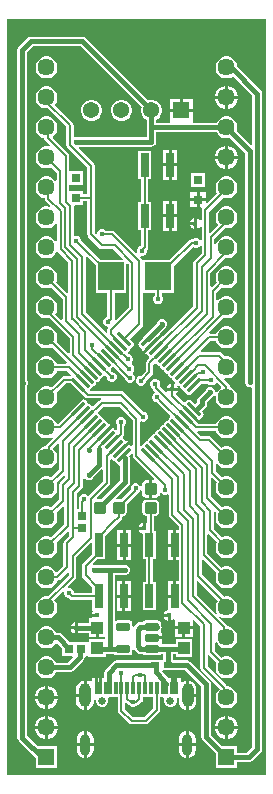
<source format=gbr>
%TF.GenerationSoftware,Altium Limited,Altium Designer,22.10.1 (41)*%
G04 Layer_Physical_Order=1*
G04 Layer_Color=255*
%FSLAX45Y45*%
%MOMM*%
%TF.SameCoordinates,F1D13F34-3715-448E-B12D-83C564530F5A*%
%TF.FilePolarity,Positive*%
%TF.FileFunction,Copper,L1,Top,Signal*%
%TF.Part,Single*%
G01*
G75*
%TA.AperFunction,Conductor*%
%ADD10C,0.20000*%
%TA.AperFunction,SMDPad,CuDef*%
%ADD11R,2.20000X2.40000*%
G04:AMPARAMS|DCode=12|XSize=0.67mm|YSize=1.17mm|CornerRadius=0.0402mm|HoleSize=0mm|Usage=FLASHONLY|Rotation=90.000|XOffset=0mm|YOffset=0mm|HoleType=Round|Shape=RoundedRectangle|*
%AMROUNDEDRECTD12*
21,1,0.67000,1.08960,0,0,90.0*
21,1,0.58960,1.17000,0,0,90.0*
1,1,0.08040,0.54480,0.29480*
1,1,0.08040,0.54480,-0.29480*
1,1,0.08040,-0.54480,-0.29480*
1,1,0.08040,-0.54480,0.29480*
%
%ADD12ROUNDEDRECTD12*%
%TA.AperFunction,ConnectorPad*%
%ADD13R,0.30000X1.14000*%
%TA.AperFunction,SMDPad,CuDef*%
%ADD14R,0.70000X0.50000*%
%ADD15R,0.80000X0.80000*%
G04:AMPARAMS|DCode=16|XSize=1.49mm|YSize=0.28mm|CornerRadius=0.035mm|HoleSize=0mm|Usage=FLASHONLY|Rotation=315.000|XOffset=0mm|YOffset=0mm|HoleType=Round|Shape=RoundedRectangle|*
%AMROUNDEDRECTD16*
21,1,1.49000,0.21000,0,0,315.0*
21,1,1.42000,0.28000,0,0,315.0*
1,1,0.07000,0.42780,-0.57629*
1,1,0.07000,-0.57629,0.42780*
1,1,0.07000,-0.42780,0.57629*
1,1,0.07000,0.57629,-0.42780*
%
%ADD16ROUNDEDRECTD16*%
G04:AMPARAMS|DCode=17|XSize=1.49mm|YSize=0.28mm|CornerRadius=0.035mm|HoleSize=0mm|Usage=FLASHONLY|Rotation=45.000|XOffset=0mm|YOffset=0mm|HoleType=Round|Shape=RoundedRectangle|*
%AMROUNDEDRECTD17*
21,1,1.49000,0.21000,0,0,45.0*
21,1,1.42000,0.28000,0,0,45.0*
1,1,0.07000,0.57629,0.42780*
1,1,0.07000,-0.42780,-0.57629*
1,1,0.07000,-0.57629,-0.42780*
1,1,0.07000,0.42780,0.57629*
%
%ADD17ROUNDEDRECTD17*%
G04:AMPARAMS|DCode=18|XSize=0.94mm|YSize=1.02mm|CornerRadius=0.094mm|HoleSize=0mm|Usage=FLASHONLY|Rotation=0.000|XOffset=0mm|YOffset=0mm|HoleType=Round|Shape=RoundedRectangle|*
%AMROUNDEDRECTD18*
21,1,0.94000,0.83200,0,0,0.0*
21,1,0.75200,1.02000,0,0,0.0*
1,1,0.18800,0.37600,-0.41600*
1,1,0.18800,-0.37600,-0.41600*
1,1,0.18800,-0.37600,0.41600*
1,1,0.18800,0.37600,0.41600*
%
%ADD18ROUNDEDRECTD18*%
G04:AMPARAMS|DCode=19|XSize=0.94mm|YSize=1.02mm|CornerRadius=0.094mm|HoleSize=0mm|Usage=FLASHONLY|Rotation=90.000|XOffset=0mm|YOffset=0mm|HoleType=Round|Shape=RoundedRectangle|*
%AMROUNDEDRECTD19*
21,1,0.94000,0.83200,0,0,90.0*
21,1,0.75200,1.02000,0,0,90.0*
1,1,0.18800,0.41600,0.37600*
1,1,0.18800,0.41600,-0.37600*
1,1,0.18800,-0.41600,-0.37600*
1,1,0.18800,-0.41600,0.37600*
%
%ADD19ROUNDEDRECTD19*%
%ADD20R,1.00000X1.10000*%
%ADD21R,0.65000X2.00000*%
%TA.AperFunction,Conductor*%
%ADD22C,0.40000*%
%ADD23C,0.18000*%
%ADD24C,0.25400*%
%TA.AperFunction,ComponentPad*%
%ADD25R,1.44800X1.44800*%
%ADD26C,1.44800*%
%ADD27O,1.00000X2.00000*%
%ADD28O,0.90000X1.80000*%
%ADD29C,0.65000*%
%ADD30C,1.37000*%
%ADD31R,1.37000X1.37000*%
%TA.AperFunction,ViaPad*%
%ADD32C,0.45000*%
G36*
X5115000Y1245000D02*
X2915000D01*
Y7645000D01*
X5115000D01*
Y1245000D01*
D02*
G37*
%LPC*%
G36*
X3265164Y7329400D02*
X3240835D01*
X3217335Y7323103D01*
X3196265Y7310939D01*
X3179061Y7293735D01*
X3166897Y7272665D01*
X3160600Y7249165D01*
Y7224836D01*
X3166897Y7201335D01*
X3179061Y7180265D01*
X3196265Y7163062D01*
X3217335Y7150897D01*
X3240835Y7144600D01*
X3265164D01*
X3288664Y7150897D01*
X3309735Y7163062D01*
X3326938Y7180265D01*
X3339103Y7201335D01*
X3345399Y7224836D01*
Y7249165D01*
X3339103Y7272665D01*
X3326938Y7293735D01*
X3309735Y7310939D01*
X3288664Y7323103D01*
X3265164Y7329400D01*
D02*
G37*
G36*
X4789876Y7080800D02*
X4789700D01*
Y6995699D01*
X4874800D01*
Y6995875D01*
X4868135Y7020749D01*
X4855260Y7043050D01*
X4837051Y7061259D01*
X4814750Y7074135D01*
X4789876Y7080800D01*
D02*
G37*
G36*
X4764300D02*
X4764125D01*
X4739251Y7074135D01*
X4716950Y7061259D01*
X4698741Y7043050D01*
X4685865Y7020749D01*
X4679200Y6995875D01*
Y6995699D01*
X4764300D01*
Y7080800D01*
D02*
G37*
G36*
X4874800Y6970299D02*
X4789700D01*
Y6885200D01*
X4789876D01*
X4814750Y6891865D01*
X4837051Y6904741D01*
X4855260Y6922949D01*
X4868135Y6945251D01*
X4874800Y6970124D01*
Y6970299D01*
D02*
G37*
G36*
X4764300D02*
X4679200D01*
Y6970124D01*
X4685865Y6945251D01*
X4698741Y6922949D01*
X4716950Y6904741D01*
X4739251Y6891865D01*
X4764125Y6885200D01*
X4764300D01*
Y6970299D01*
D02*
G37*
G36*
X4490401Y6966400D02*
X4409201D01*
Y6885199D01*
X4490401D01*
Y6966400D01*
D02*
G37*
G36*
X4383801D02*
X4302601D01*
Y6885199D01*
X4383801D01*
Y6966400D01*
D02*
G37*
G36*
X3900152Y6961000D02*
X3876849D01*
X3854341Y6954969D01*
X3834160Y6943317D01*
X3817683Y6926840D01*
X3806032Y6906659D01*
X3800001Y6884151D01*
Y6860848D01*
X3806032Y6838340D01*
X3817683Y6818159D01*
X3834160Y6801682D01*
X3854341Y6790031D01*
X3876849Y6784000D01*
X3900152D01*
X3922660Y6790031D01*
X3942841Y6801682D01*
X3959318Y6818159D01*
X3970970Y6838340D01*
X3977001Y6860848D01*
Y6884151D01*
X3970970Y6906659D01*
X3959318Y6926840D01*
X3942841Y6943317D01*
X3922660Y6954969D01*
X3900152Y6961000D01*
D02*
G37*
G36*
X3646152D02*
X3622849D01*
X3600341Y6954969D01*
X3580160Y6943317D01*
X3563683Y6926840D01*
X3552032Y6906659D01*
X3546001Y6884151D01*
Y6860848D01*
X3552032Y6838340D01*
X3563683Y6818159D01*
X3580160Y6801682D01*
X3600341Y6790031D01*
X3622849Y6784000D01*
X3646152D01*
X3668660Y6790031D01*
X3688841Y6801682D01*
X3705318Y6818159D01*
X3716970Y6838340D01*
X3723001Y6860848D01*
Y6884151D01*
X3716970Y6906659D01*
X3705318Y6926840D01*
X3688841Y6943317D01*
X3668660Y6954969D01*
X3646152Y6961000D01*
D02*
G37*
G36*
X3557500Y7498284D02*
X3557499Y7498283D01*
X3118431D01*
X3102824Y7495179D01*
X3089593Y7486338D01*
X3089592Y7486338D01*
X3018661Y7415407D01*
X3009821Y7402176D01*
X3006716Y7386568D01*
X3006716Y7386567D01*
Y4567500D01*
X3007507Y4563524D01*
X3006716Y4559547D01*
X3006716Y4559545D01*
Y1562501D01*
X3006716Y1562499D01*
X3009821Y1546892D01*
X3018661Y1533661D01*
X3160600Y1391723D01*
Y1302600D01*
X3345399D01*
Y1487400D01*
X3180276D01*
X3088283Y1579393D01*
Y4541579D01*
X3091030Y4544326D01*
X3097500Y4559946D01*
Y4576853D01*
X3091030Y4592474D01*
X3088283Y4595220D01*
Y7369675D01*
X3135324Y7416716D01*
X3540607D01*
X4058052Y6899271D01*
X4054001Y6884151D01*
Y6860848D01*
X4060032Y6838340D01*
X4071683Y6818159D01*
X4088160Y6801682D01*
X4101717Y6793855D01*
Y6729000D01*
Y6645784D01*
X3868744D01*
X3864601Y6647500D01*
X3847693D01*
X3843550Y6645784D01*
X3517597D01*
X3513454Y6647500D01*
X3496546D01*
X3493648Y6646299D01*
X3483088Y6653355D01*
Y6745498D01*
X3483088Y6745499D01*
X3480759Y6757204D01*
X3474129Y6767128D01*
X3320965Y6920292D01*
X3326938Y6926265D01*
X3339103Y6947335D01*
X3345399Y6970836D01*
Y6995165D01*
X3339103Y7018665D01*
X3326938Y7039735D01*
X3309735Y7056939D01*
X3288664Y7069103D01*
X3265164Y7075400D01*
X3240835D01*
X3217335Y7069103D01*
X3196265Y7056939D01*
X3179061Y7039735D01*
X3166897Y7018665D01*
X3160600Y6995165D01*
Y6970836D01*
X3166897Y6947335D01*
X3179061Y6926265D01*
X3196265Y6909062D01*
X3217335Y6896897D01*
X3240835Y6890600D01*
X3264141D01*
X3421912Y6732829D01*
Y6583255D01*
X3421912Y6583254D01*
X3424241Y6571548D01*
X3430871Y6561625D01*
X3599412Y6393084D01*
Y6162837D01*
X3564424D01*
Y6192249D01*
X3445588D01*
Y6237249D01*
X3564424D01*
Y6357249D01*
X3445588D01*
Y6487499D01*
X3445588Y6487500D01*
X3443259Y6499205D01*
X3436629Y6509129D01*
X3436628Y6509129D01*
X3305040Y6640717D01*
X3306698Y6653309D01*
X3309735Y6655062D01*
X3326938Y6672265D01*
X3339103Y6693335D01*
X3345399Y6716836D01*
Y6741165D01*
X3339103Y6764665D01*
X3326938Y6785735D01*
X3309735Y6802939D01*
X3288664Y6815103D01*
X3265164Y6821400D01*
X3240835D01*
X3217335Y6815103D01*
X3196265Y6802939D01*
X3179061Y6785735D01*
X3166897Y6764665D01*
X3160600Y6741165D01*
Y6716836D01*
X3166897Y6693335D01*
X3179061Y6672265D01*
X3196265Y6655062D01*
X3217335Y6642897D01*
X3233597Y6638540D01*
Y6638317D01*
X3233596Y6638316D01*
X3235925Y6626611D01*
X3242555Y6616687D01*
X3283647Y6575596D01*
X3277073Y6564209D01*
X3265164Y6567400D01*
X3240835D01*
X3217335Y6561103D01*
X3196265Y6548939D01*
X3179061Y6531735D01*
X3166897Y6510665D01*
X3160600Y6487165D01*
Y6462836D01*
X3166897Y6439335D01*
X3179061Y6418265D01*
X3196265Y6401062D01*
X3217335Y6388897D01*
X3240835Y6382600D01*
X3265164D01*
X3288664Y6388897D01*
X3293217Y6391525D01*
X3339412Y6345330D01*
Y6281529D01*
X3327767Y6277987D01*
X3326712Y6277961D01*
X3309735Y6294939D01*
X3288664Y6307103D01*
X3265164Y6313400D01*
X3240835D01*
X3217335Y6307103D01*
X3196265Y6294939D01*
X3179061Y6277735D01*
X3166897Y6256665D01*
X3160600Y6233165D01*
Y6208836D01*
X3166897Y6185335D01*
X3179061Y6164265D01*
X3196265Y6147062D01*
X3217335Y6134897D01*
X3238375Y6129260D01*
Y6126039D01*
X3238375Y6126038D01*
X3240703Y6114332D01*
X3247334Y6104409D01*
X3284330Y6067413D01*
X3277756Y6056026D01*
X3265164Y6059400D01*
X3240835D01*
X3217335Y6053103D01*
X3196265Y6040939D01*
X3179061Y6023735D01*
X3166897Y6002665D01*
X3160600Y5979165D01*
Y5954836D01*
X3166897Y5931335D01*
X3179061Y5910265D01*
X3196265Y5893062D01*
X3217335Y5880897D01*
X3240835Y5874600D01*
X3265164D01*
X3288664Y5880897D01*
X3309735Y5893062D01*
X3326938Y5910265D01*
X3329013Y5913860D01*
X3341713Y5910457D01*
Y5769544D01*
X3329013Y5766141D01*
X3326938Y5769735D01*
X3309735Y5786939D01*
X3288664Y5799103D01*
X3265164Y5805400D01*
X3240835D01*
X3217335Y5799103D01*
X3196265Y5786939D01*
X3179061Y5769735D01*
X3166897Y5748665D01*
X3160600Y5725165D01*
Y5700836D01*
X3166897Y5677335D01*
X3179061Y5656265D01*
X3196265Y5639062D01*
X3217335Y5626897D01*
X3240835Y5620600D01*
X3265164D01*
X3288664Y5626897D01*
X3309735Y5639062D01*
X3326938Y5656265D01*
X3337085Y5673841D01*
X3348140Y5675895D01*
X3351712Y5675325D01*
X3437052Y5589986D01*
X3439895Y5331993D01*
X3428189Y5327069D01*
X3336474Y5418783D01*
X3339103Y5423335D01*
X3345399Y5446836D01*
Y5471165D01*
X3339103Y5494665D01*
X3326938Y5515735D01*
X3309735Y5532939D01*
X3288664Y5545103D01*
X3265164Y5551400D01*
X3240835D01*
X3217335Y5545103D01*
X3196265Y5532939D01*
X3179061Y5515735D01*
X3166897Y5494665D01*
X3160600Y5471165D01*
Y5446836D01*
X3166897Y5423335D01*
X3179061Y5402265D01*
X3196265Y5385062D01*
X3217335Y5372897D01*
X3240835Y5366600D01*
X3265164D01*
X3288664Y5372897D01*
X3293217Y5375525D01*
X3389412Y5279330D01*
Y5106806D01*
X3376712Y5101546D01*
X3328056Y5150202D01*
X3339103Y5169335D01*
X3345399Y5192836D01*
Y5217165D01*
X3339103Y5240665D01*
X3326938Y5261735D01*
X3309735Y5278939D01*
X3288664Y5291103D01*
X3265164Y5297400D01*
X3240835D01*
X3217335Y5291103D01*
X3196265Y5278939D01*
X3179061Y5261735D01*
X3166897Y5240665D01*
X3160600Y5217165D01*
Y5192836D01*
X3166897Y5169335D01*
X3179061Y5148265D01*
X3196265Y5131062D01*
X3217335Y5118897D01*
X3240835Y5112600D01*
X3265164D01*
X3276188Y5115554D01*
X3449412Y4942330D01*
Y4820726D01*
X3437679Y4815866D01*
X3338776Y4914769D01*
X3339103Y4915335D01*
X3345399Y4938836D01*
Y4963165D01*
X3339103Y4986665D01*
X3326938Y5007735D01*
X3309735Y5024939D01*
X3288664Y5037103D01*
X3265164Y5043400D01*
X3240835D01*
X3217335Y5037103D01*
X3196265Y5024939D01*
X3179061Y5007735D01*
X3166897Y4986665D01*
X3160600Y4963165D01*
Y4938836D01*
X3166897Y4915335D01*
X3179061Y4894265D01*
X3196265Y4877062D01*
X3217335Y4864897D01*
X3240835Y4858600D01*
X3265164D01*
X3288664Y4864897D01*
X3297202Y4869827D01*
X3427708Y4739321D01*
X3422848Y4727587D01*
X3340463D01*
X3339103Y4732665D01*
X3326938Y4753735D01*
X3309735Y4770939D01*
X3288664Y4783103D01*
X3265164Y4789400D01*
X3240835D01*
X3217335Y4783103D01*
X3196265Y4770939D01*
X3179061Y4753735D01*
X3166897Y4732665D01*
X3160600Y4709165D01*
Y4684836D01*
X3166897Y4661335D01*
X3179061Y4640265D01*
X3196265Y4623062D01*
X3217335Y4610897D01*
X3240835Y4604600D01*
X3265164D01*
X3288664Y4610897D01*
X3309735Y4623062D01*
X3326938Y4640265D01*
X3339103Y4661335D01*
X3340463Y4666412D01*
X3429903D01*
X3460038Y4636277D01*
X3454777Y4623577D01*
X3402989D01*
X3391284Y4621249D01*
X3381360Y4614619D01*
X3381360Y4614618D01*
X3293217Y4526475D01*
X3288664Y4529103D01*
X3265164Y4535400D01*
X3240835D01*
X3217335Y4529103D01*
X3196265Y4516939D01*
X3179061Y4499735D01*
X3166897Y4478665D01*
X3160600Y4455165D01*
Y4430836D01*
X3166897Y4407335D01*
X3179061Y4386265D01*
X3196265Y4369062D01*
X3217335Y4356897D01*
X3240835Y4350600D01*
X3265164D01*
X3288664Y4356897D01*
X3309735Y4369062D01*
X3326938Y4386265D01*
X3339103Y4407335D01*
X3345399Y4430836D01*
Y4455165D01*
X3339103Y4478665D01*
X3336474Y4483217D01*
X3415659Y4562402D01*
X3457545D01*
X3496920Y4523028D01*
X3496920Y4523027D01*
X3497463Y4522664D01*
X3550042Y4470085D01*
X3557816Y4464891D01*
X3561437Y4464170D01*
X3582235Y4443372D01*
X3582236Y4443371D01*
X3592159Y4436741D01*
X3603865Y4434412D01*
X3711779D01*
X3713030Y4421712D01*
X3708239Y4420759D01*
X3698316Y4414129D01*
X3698315Y4414128D01*
X3650182Y4365995D01*
X3634252Y4368026D01*
X3634132Y4368206D01*
X3619283Y4383054D01*
X3611509Y4388249D01*
X3605221Y4389499D01*
X3603970Y4395787D01*
X3598776Y4403561D01*
X3583928Y4418410D01*
X3576154Y4423604D01*
X3566985Y4425428D01*
X3557816Y4423604D01*
X3550042Y4418410D01*
X3449633Y4318001D01*
X3444439Y4310227D01*
X3443719Y4306605D01*
X3356701Y4219588D01*
X3340463D01*
X3339103Y4224665D01*
X3326938Y4245735D01*
X3309735Y4262939D01*
X3288664Y4275103D01*
X3265164Y4281400D01*
X3240835D01*
X3217335Y4275103D01*
X3196265Y4262939D01*
X3179061Y4245735D01*
X3166897Y4224665D01*
X3160600Y4201165D01*
Y4176836D01*
X3166897Y4153335D01*
X3179061Y4132265D01*
X3196265Y4115062D01*
X3217335Y4102897D01*
X3240835Y4096600D01*
X3265164D01*
X3288664Y4102897D01*
X3298351Y4108490D01*
X3306149Y4098327D01*
X3250319Y4042497D01*
X3243688Y4032573D01*
X3242659Y4027400D01*
X3240835D01*
X3217335Y4021103D01*
X3196265Y4008939D01*
X3179061Y3991735D01*
X3166897Y3970665D01*
X3160600Y3947165D01*
Y3922836D01*
X3166897Y3899335D01*
X3179061Y3878265D01*
X3196265Y3861062D01*
X3217335Y3848897D01*
X3240835Y3842600D01*
X3265164D01*
X3288664Y3848897D01*
X3309735Y3861062D01*
X3326938Y3878265D01*
X3339103Y3899335D01*
X3345399Y3922836D01*
Y3947165D01*
X3339103Y3970665D01*
X3326938Y3991735D01*
X3309735Y4008938D01*
X3308983Y4014646D01*
X3350179Y4055842D01*
X3361912Y4050981D01*
Y3833171D01*
X3293217Y3764475D01*
X3288664Y3767103D01*
X3265164Y3773400D01*
X3240835D01*
X3217335Y3767103D01*
X3196265Y3754939D01*
X3179061Y3737735D01*
X3166897Y3716665D01*
X3160600Y3693165D01*
Y3668836D01*
X3166897Y3645335D01*
X3179061Y3624265D01*
X3196265Y3607062D01*
X3217335Y3594897D01*
X3240835Y3588600D01*
X3265164D01*
X3288664Y3594897D01*
X3309735Y3607062D01*
X3326938Y3624265D01*
X3339103Y3645335D01*
X3345399Y3668836D01*
Y3693165D01*
X3339103Y3716665D01*
X3336474Y3721217D01*
X3397679Y3782422D01*
X3409412Y3777562D01*
Y3762670D01*
X3370871Y3724129D01*
X3364241Y3714205D01*
X3361912Y3702500D01*
X3361912Y3702499D01*
Y3579171D01*
X3293217Y3510475D01*
X3288664Y3513103D01*
X3265164Y3519400D01*
X3240835D01*
X3217335Y3513103D01*
X3196265Y3500939D01*
X3179061Y3483735D01*
X3166897Y3462665D01*
X3160600Y3439165D01*
Y3414836D01*
X3166897Y3391335D01*
X3179061Y3370265D01*
X3196265Y3353062D01*
X3217335Y3340897D01*
X3240835Y3334600D01*
X3265164D01*
X3288664Y3340897D01*
X3309735Y3353062D01*
X3326938Y3370265D01*
X3339103Y3391335D01*
X3345399Y3414836D01*
Y3439165D01*
X3339103Y3462665D01*
X3336474Y3467217D01*
X3392679Y3523422D01*
X3404412Y3518562D01*
Y3367670D01*
X3293217Y3256475D01*
X3288664Y3259103D01*
X3265164Y3265400D01*
X3240835D01*
X3217335Y3259103D01*
X3196265Y3246939D01*
X3179061Y3229735D01*
X3166897Y3208665D01*
X3160600Y3185165D01*
Y3160836D01*
X3166897Y3137335D01*
X3179061Y3116265D01*
X3196265Y3099062D01*
X3217335Y3086897D01*
X3240835Y3080600D01*
X3265164D01*
X3288664Y3086897D01*
X3309735Y3099062D01*
X3326938Y3116265D01*
X3339103Y3137335D01*
X3345399Y3160836D01*
Y3185165D01*
X3339103Y3208665D01*
X3336474Y3213217D01*
X3435179Y3311922D01*
X3446912Y3307062D01*
Y3270170D01*
X3405871Y3229129D01*
X3399241Y3219205D01*
X3396912Y3207500D01*
X3396912Y3207499D01*
Y3017670D01*
X3344577Y2965335D01*
X3331985Y2966993D01*
X3326938Y2975735D01*
X3309735Y2992939D01*
X3288664Y3005103D01*
X3265164Y3011400D01*
X3240835D01*
X3217335Y3005103D01*
X3196265Y2992939D01*
X3179061Y2975735D01*
X3166897Y2954665D01*
X3160600Y2931165D01*
Y2906836D01*
X3166897Y2883335D01*
X3179061Y2862265D01*
X3196265Y2845062D01*
X3217335Y2832897D01*
X3240835Y2826600D01*
X3265164D01*
X3288664Y2832897D01*
X3309735Y2845062D01*
X3326938Y2862265D01*
X3339103Y2883335D01*
X3341048Y2890596D01*
X3343683D01*
X3343684Y2890596D01*
X3355389Y2892925D01*
X3365313Y2899555D01*
X3432679Y2966921D01*
X3444412Y2962061D01*
Y2937670D01*
X3264142Y2757400D01*
X3240835D01*
X3217335Y2751103D01*
X3196265Y2738939D01*
X3179061Y2721735D01*
X3166897Y2700665D01*
X3160600Y2677165D01*
Y2652836D01*
X3166897Y2629335D01*
X3179061Y2608265D01*
X3196265Y2591062D01*
X3217335Y2578897D01*
X3240835Y2572600D01*
X3265164D01*
X3288664Y2578897D01*
X3309735Y2591062D01*
X3326938Y2608265D01*
X3339103Y2629335D01*
X3345399Y2652836D01*
Y2677165D01*
X3339103Y2700665D01*
X3326938Y2721735D01*
X3320965Y2727708D01*
X3390767Y2797510D01*
X3396508Y2795525D01*
X3402500Y2791282D01*
Y2776546D01*
X3408970Y2760926D01*
X3420926Y2748970D01*
X3436546Y2742500D01*
X3443159D01*
X3447586Y2738073D01*
X3447587Y2738072D01*
X3457510Y2731442D01*
X3469216Y2729113D01*
X3642102D01*
Y2639701D01*
X3642102D01*
X3645722Y2630962D01*
X3641892Y2627133D01*
X3635914Y2612700D01*
X3682500D01*
Y2587300D01*
X3635914D01*
X3637364Y2583800D01*
X3628878Y2571100D01*
X3609800D01*
Y2531484D01*
X3532857D01*
X3531433Y2532908D01*
X3517000Y2538886D01*
Y2492300D01*
Y2445714D01*
X3527145Y2449917D01*
X3609800D01*
Y2410300D01*
X3672500D01*
Y2490700D01*
X3697900D01*
Y2410300D01*
X3749217D01*
Y2395700D01*
X3615200D01*
Y2384510D01*
X3607500Y2375000D01*
X3602500Y2375000D01*
X3441820D01*
X3381099Y2439057D01*
X3380647Y2439377D01*
X3380339Y2439838D01*
X3374164Y2443964D01*
X3368109Y2448248D01*
X3367568Y2448371D01*
X3367108Y2448679D01*
X3359831Y2450126D01*
X3352590Y2451769D01*
X3352044Y2451675D01*
X3351500Y2451783D01*
X3336148D01*
X3326938Y2467735D01*
X3309735Y2484939D01*
X3288664Y2497103D01*
X3265164Y2503400D01*
X3240835D01*
X3217335Y2497103D01*
X3196265Y2484939D01*
X3179061Y2467735D01*
X3166897Y2446665D01*
X3160600Y2423165D01*
Y2398836D01*
X3166897Y2375335D01*
X3179061Y2354265D01*
X3196265Y2337062D01*
X3217335Y2324897D01*
X3240835Y2318600D01*
X3265164D01*
X3288664Y2324897D01*
X3309735Y2337062D01*
X3326938Y2354265D01*
X3330013Y2359591D01*
X3342625Y2361080D01*
X3382500Y2319014D01*
Y2255000D01*
X3473230D01*
X3478090Y2243267D01*
X3432607Y2197783D01*
X3336148D01*
X3326938Y2213735D01*
X3309735Y2230939D01*
X3288664Y2243103D01*
X3265164Y2249400D01*
X3240835D01*
X3217335Y2243103D01*
X3196265Y2230939D01*
X3179061Y2213735D01*
X3166897Y2192665D01*
X3160600Y2169165D01*
Y2144836D01*
X3166897Y2121335D01*
X3179061Y2100265D01*
X3196265Y2083062D01*
X3217335Y2070897D01*
X3240835Y2064600D01*
X3265164D01*
X3288664Y2070897D01*
X3309735Y2083062D01*
X3326938Y2100265D01*
X3336147Y2116216D01*
X3449499D01*
X3449500Y2116216D01*
X3465107Y2119321D01*
X3478338Y2128161D01*
X3563911Y2213734D01*
X3563912Y2213735D01*
X3572753Y2226966D01*
X3575857Y2242573D01*
Y2246020D01*
X3584837Y2255000D01*
X3606992Y2255000D01*
X3615200Y2245700D01*
X3615708Y2245700D01*
X3755200D01*
Y2269481D01*
X3827844D01*
X3830703Y2265202D01*
X3838648Y2259894D01*
X3848020Y2258029D01*
X3956980D01*
X3966352Y2259894D01*
X3974297Y2265202D01*
X3979606Y2273148D01*
X3981471Y2282520D01*
Y2305720D01*
X3994171Y2309573D01*
X3996162Y2306593D01*
X4019593Y2283162D01*
X4019593Y2283162D01*
X4032824Y2274321D01*
X4048432Y2271216D01*
X4070684D01*
X4074703Y2265202D01*
X4082648Y2259894D01*
X4092020Y2258029D01*
X4200980D01*
X4210352Y2259894D01*
X4218297Y2265202D01*
X4222316Y2271216D01*
X4240116D01*
Y2221200D01*
X4115900D01*
Y2216384D01*
X4078648D01*
X4075954Y2217500D01*
X4059046D01*
X4054903Y2215783D01*
X3845000D01*
X3829393Y2212679D01*
X3816162Y2203838D01*
X3754360Y2142037D01*
X3745520Y2128806D01*
X3742415Y2113199D01*
X3742415Y2113197D01*
Y2063000D01*
X3720900D01*
Y1980600D01*
X3695500D01*
Y2063000D01*
X3690900D01*
Y1980600D01*
X3665500D01*
Y2063000D01*
X3637800D01*
Y2038833D01*
X3625100Y2032570D01*
X3618725Y2037462D01*
X3600383Y2045059D01*
X3593400Y2045979D01*
Y1921600D01*
Y1797221D01*
X3600383Y1798140D01*
X3618725Y1805738D01*
X3634476Y1817824D01*
X3646562Y1833574D01*
X3654159Y1851916D01*
X3656751Y1871600D01*
Y1889384D01*
X3660657Y1890569D01*
X3664214Y1888467D01*
X3671700Y1880647D01*
Y1863157D01*
X3679693Y1843861D01*
X3694461Y1829092D01*
X3713757Y1821100D01*
X3734643D01*
X3753939Y1829092D01*
X3768707Y1843861D01*
X3776700Y1863157D01*
Y1884043D01*
X3773860Y1890900D01*
X3782346Y1903600D01*
X3857613D01*
Y1791800D01*
X3857613Y1791799D01*
X3859942Y1780094D01*
X3866572Y1770170D01*
X3953371Y1683372D01*
X3953371Y1683371D01*
X3963295Y1676741D01*
X3975000Y1674412D01*
X3975001Y1674412D01*
X4094999D01*
X4095000Y1674412D01*
X4106706Y1676741D01*
X4116629Y1683371D01*
X4209829Y1776571D01*
X4209829Y1776571D01*
X4216460Y1786495D01*
X4218788Y1798200D01*
Y1903600D01*
X4244054D01*
X4252540Y1890900D01*
X4249700Y1884043D01*
Y1863157D01*
X4257693Y1843861D01*
X4272461Y1829092D01*
X4291757Y1821100D01*
X4312643D01*
X4331939Y1829092D01*
X4346707Y1843861D01*
X4354700Y1863157D01*
Y1884043D01*
X4354329Y1884937D01*
X4361925Y1895518D01*
X4371449Y1894282D01*
Y1870000D01*
X4374041Y1850316D01*
X4381638Y1831974D01*
X4393724Y1816224D01*
X4409475Y1804138D01*
X4427817Y1796540D01*
X4434800Y1795621D01*
Y1920000D01*
Y2044379D01*
X4427817Y2043459D01*
X4409475Y2035862D01*
X4401300Y2029589D01*
X4388600Y2035852D01*
Y2063000D01*
X4360900D01*
Y1980600D01*
X4335500D01*
Y2063000D01*
X4330900D01*
Y1980600D01*
X4305500D01*
Y2063000D01*
X4282227D01*
X4280879Y2069776D01*
X4272038Y2083007D01*
X4272037Y2083007D01*
X4235578Y2119467D01*
X4240438Y2131200D01*
X4335900D01*
Y2135417D01*
X4389506D01*
X4396546Y2132500D01*
X4413454D01*
X4420495Y2135417D01*
X4426907D01*
X4564216Y1998107D01*
Y1567001D01*
X4564216Y1567000D01*
X4567321Y1551393D01*
X4576162Y1538162D01*
X4684600Y1429723D01*
Y1302600D01*
X4869400D01*
Y1354216D01*
X4964998D01*
X4965000Y1354216D01*
X4980607Y1357321D01*
X4993838Y1366161D01*
X5066338Y1438661D01*
X5066338Y1438662D01*
X5075179Y1451893D01*
X5078284Y1467500D01*
X5078283Y1467501D01*
Y7014501D01*
X5075179Y7030108D01*
X5066338Y7043339D01*
X5066338Y7043340D01*
X4869400Y7240278D01*
Y7249164D01*
X4863103Y7272665D01*
X4850939Y7293735D01*
X4833735Y7310938D01*
X4812665Y7323103D01*
X4789165Y7329400D01*
X4764836D01*
X4741335Y7323103D01*
X4720265Y7310938D01*
X4703062Y7293735D01*
X4690897Y7272665D01*
X4684600Y7249164D01*
Y7224835D01*
X4690897Y7201335D01*
X4703062Y7180265D01*
X4720265Y7163061D01*
X4741335Y7150897D01*
X4764836Y7144600D01*
X4789165D01*
X4812665Y7150897D01*
X4832168Y7162156D01*
X4996716Y6997608D01*
Y6583554D01*
X4984983Y6578694D01*
X4864633Y6699044D01*
X4869400Y6716835D01*
Y6741164D01*
X4863103Y6764665D01*
X4850939Y6785735D01*
X4833735Y6802938D01*
X4812665Y6815103D01*
X4789165Y6821400D01*
X4764836D01*
X4741335Y6815103D01*
X4720265Y6802938D01*
X4703062Y6785735D01*
X4693853Y6769783D01*
X4499449D01*
X4490401Y6778600D01*
X4490401Y6782484D01*
Y6859799D01*
X4396501D01*
X4302601D01*
Y6782484D01*
X4302600Y6778600D01*
X4293552Y6769783D01*
X4183284D01*
Y6793855D01*
X4196841Y6801682D01*
X4213318Y6818159D01*
X4224970Y6838340D01*
X4231001Y6860848D01*
Y6884151D01*
X4224970Y6906659D01*
X4213318Y6926840D01*
X4196841Y6943317D01*
X4176660Y6954969D01*
X4154152Y6961000D01*
X4130849D01*
X4115729Y6956948D01*
X3586339Y7486338D01*
X3573108Y7495179D01*
X3570518Y7495694D01*
X3557500Y7498284D01*
D02*
G37*
G36*
X3491600Y2538886D02*
X3477167Y2532908D01*
X3463692Y2519433D01*
X3457714Y2505000D01*
X3491600D01*
Y2538886D01*
D02*
G37*
G36*
Y2479600D02*
X3457714D01*
X3463692Y2465167D01*
X3477167Y2451693D01*
X3491600Y2445714D01*
Y2479600D01*
D02*
G37*
G36*
X3568000Y2045979D02*
X3561016Y2045059D01*
X3542675Y2037462D01*
X3526924Y2025376D01*
X3514838Y2009625D01*
X3507241Y1991284D01*
X3504649Y1971600D01*
Y1934300D01*
X3568000D01*
Y2045979D01*
D02*
G37*
G36*
X4460200Y2044379D02*
Y1932700D01*
X4523551D01*
Y1970000D01*
X4520959Y1989684D01*
X4513362Y2008025D01*
X4501276Y2023776D01*
X4485525Y2035862D01*
X4467184Y2043459D01*
X4460200Y2044379D01*
D02*
G37*
G36*
X3265875Y2000800D02*
X3265700D01*
Y1915700D01*
X3350799D01*
Y1915876D01*
X3344135Y1940749D01*
X3331259Y1963051D01*
X3313050Y1981259D01*
X3290749Y1994135D01*
X3265875Y2000800D01*
D02*
G37*
G36*
X3240300D02*
X3240124D01*
X3215250Y1994135D01*
X3192949Y1981259D01*
X3174740Y1963051D01*
X3161865Y1940749D01*
X3155200Y1915876D01*
Y1915700D01*
X3240300D01*
Y2000800D01*
D02*
G37*
G36*
X3350799Y1890300D02*
X3265700D01*
Y1805200D01*
X3265875D01*
X3290749Y1811865D01*
X3313050Y1824741D01*
X3331259Y1842950D01*
X3344135Y1865251D01*
X3350799Y1890125D01*
Y1890300D01*
D02*
G37*
G36*
X3240300D02*
X3155200D01*
Y1890125D01*
X3161865Y1865251D01*
X3174740Y1842950D01*
X3192949Y1824741D01*
X3215250Y1811865D01*
X3240124Y1805200D01*
X3240300D01*
Y1890300D01*
D02*
G37*
G36*
X3568000Y1908900D02*
X3504649D01*
Y1871600D01*
X3507241Y1851916D01*
X3514838Y1833574D01*
X3526924Y1817824D01*
X3542675Y1805738D01*
X3561016Y1798140D01*
X3568000Y1797221D01*
Y1908900D01*
D02*
G37*
G36*
X4523551Y1907300D02*
X4460200D01*
Y1795621D01*
X4467184Y1796540D01*
X4485525Y1804138D01*
X4501276Y1816224D01*
X4513362Y1831974D01*
X4520959Y1850316D01*
X4523551Y1870000D01*
Y1907300D01*
D02*
G37*
G36*
X3265875Y1746800D02*
X3265700D01*
Y1661700D01*
X3350799D01*
Y1661876D01*
X3344135Y1686749D01*
X3331259Y1709051D01*
X3313050Y1727259D01*
X3290749Y1740135D01*
X3265875Y1746800D01*
D02*
G37*
G36*
X3240300D02*
X3240124D01*
X3215250Y1740135D01*
X3192949Y1727259D01*
X3174740Y1709051D01*
X3161865Y1686749D01*
X3155200Y1661876D01*
Y1661700D01*
X3240300D01*
Y1746800D01*
D02*
G37*
G36*
X3350799Y1636300D02*
X3265700D01*
Y1551200D01*
X3265875D01*
X3290749Y1557865D01*
X3313050Y1570741D01*
X3331259Y1588950D01*
X3344135Y1611251D01*
X3350799Y1636125D01*
Y1636300D01*
D02*
G37*
G36*
X3240300D02*
X3155200D01*
Y1636125D01*
X3161865Y1611251D01*
X3174740Y1588950D01*
X3192949Y1570741D01*
X3215250Y1557865D01*
X3240124Y1551200D01*
X3240300D01*
Y1636300D01*
D02*
G37*
G36*
X4458400Y1617935D02*
Y1516300D01*
X4516708D01*
Y1548600D01*
X4514288Y1566978D01*
X4507194Y1584104D01*
X4495910Y1598810D01*
X4481204Y1610094D01*
X4464078Y1617188D01*
X4458400Y1617935D01*
D02*
G37*
G36*
X3593400D02*
Y1516300D01*
X3651707D01*
Y1548600D01*
X3649288Y1566978D01*
X3642194Y1584104D01*
X3630910Y1598810D01*
X3616204Y1610094D01*
X3599078Y1617188D01*
X3593400Y1617935D01*
D02*
G37*
G36*
X4433000D02*
X4427322Y1617188D01*
X4410196Y1610094D01*
X4395490Y1598810D01*
X4384206Y1584104D01*
X4377112Y1566978D01*
X4374693Y1548600D01*
Y1516300D01*
X4433000D01*
Y1617935D01*
D02*
G37*
G36*
X3568000D02*
X3562322Y1617188D01*
X3545196Y1610094D01*
X3530490Y1598810D01*
X3519206Y1584104D01*
X3512112Y1566978D01*
X3509692Y1548600D01*
Y1516300D01*
X3568000D01*
Y1617935D01*
D02*
G37*
G36*
X4516708Y1490900D02*
X4458400D01*
Y1389264D01*
X4464078Y1390012D01*
X4481204Y1397106D01*
X4495910Y1408390D01*
X4507194Y1423096D01*
X4514288Y1440222D01*
X4516708Y1458600D01*
Y1490900D01*
D02*
G37*
G36*
X3651707D02*
X3593400D01*
Y1389264D01*
X3599078Y1390012D01*
X3616204Y1397106D01*
X3630910Y1408390D01*
X3642194Y1423096D01*
X3649288Y1440222D01*
X3651707Y1458600D01*
Y1490900D01*
D02*
G37*
G36*
X4433000D02*
X4374693D01*
Y1458600D01*
X4377112Y1440222D01*
X4384206Y1423096D01*
X4395490Y1408390D01*
X4410196Y1397106D01*
X4427322Y1390012D01*
X4433000Y1389264D01*
Y1490900D01*
D02*
G37*
G36*
X3568000D02*
X3509692D01*
Y1458600D01*
X3512112Y1440222D01*
X3519206Y1423096D01*
X3530490Y1408390D01*
X3545196Y1397106D01*
X3562322Y1390012D01*
X3568000Y1389264D01*
Y1490900D01*
D02*
G37*
%LPD*%
G36*
X4703062Y6672265D02*
X4720265Y6655061D01*
X4741335Y6642897D01*
X4764836Y6636600D01*
X4789165D01*
X4806956Y6641367D01*
X4934216Y6514107D01*
Y4582597D01*
X4932500Y4578454D01*
Y4561546D01*
X4938970Y4545926D01*
X4950926Y4533970D01*
X4966546Y4527500D01*
X4983454D01*
X4986157Y4528620D01*
X4996716Y4521564D01*
Y1484393D01*
X4948106Y1435783D01*
X4869400D01*
Y1487400D01*
X4742277D01*
X4645783Y1583893D01*
Y2014999D01*
X4645784Y2015000D01*
X4642679Y2030607D01*
X4633838Y2043838D01*
X4472638Y2205039D01*
X4459407Y2213879D01*
X4443800Y2216984D01*
X4443799Y2216984D01*
X4414700D01*
X4413454Y2217500D01*
X4396546D01*
X4395300Y2216984D01*
X4335900D01*
Y2221200D01*
X4321683D01*
Y2271216D01*
X4347700D01*
Y2245700D01*
X4487700D01*
Y2395700D01*
X4347700D01*
Y2352783D01*
X4280201D01*
X4280200Y2352784D01*
X4280199Y2352783D01*
X4235777D01*
X4228720Y2364993D01*
X4228781Y2365483D01*
X4230976Y2376520D01*
Y2393300D01*
X4146500D01*
Y2418700D01*
X4230976D01*
Y2435480D01*
X4228693Y2446959D01*
X4222190Y2456691D01*
X4221110Y2457412D01*
X4223606Y2461148D01*
X4225471Y2470520D01*
Y2489024D01*
X4227654Y2500000D01*
X4225471Y2510976D01*
Y2529480D01*
X4223606Y2538852D01*
X4218297Y2546798D01*
X4210352Y2552106D01*
X4200980Y2553971D01*
X4092020D01*
X4082648Y2552106D01*
X4074703Y2546798D01*
X4070684Y2540784D01*
X4048432D01*
X4032824Y2537679D01*
X4019593Y2528838D01*
X4019593Y2528838D01*
X3996162Y2505407D01*
X3994171Y2502427D01*
X3981471Y2506280D01*
Y2529480D01*
X3979606Y2538852D01*
X3974297Y2546798D01*
X3966352Y2552106D01*
X3956980Y2553971D01*
X3848020D01*
X3843484Y2553068D01*
X3830784Y2560963D01*
Y2939216D01*
X3907403D01*
X3911546Y2937500D01*
X3928454D01*
X3944074Y2943970D01*
X3956030Y2955926D01*
X3962500Y2971546D01*
Y2988454D01*
X3956030Y3004074D01*
X3944074Y3016030D01*
X3928454Y3022500D01*
X3911546D01*
X3907403Y3020783D01*
X3672597D01*
X3668454Y3022500D01*
X3651546D01*
X3650986Y3022268D01*
X3643792Y3033034D01*
X3683259Y3072501D01*
X3747502D01*
Y3269248D01*
X3841625Y3363370D01*
X3841626Y3363371D01*
X3885628Y3407374D01*
X3885629Y3407374D01*
X3892259Y3417298D01*
X3894588Y3429003D01*
X3902310Y3438567D01*
X3913073Y3440708D01*
X3922798Y3447206D01*
X3929296Y3456931D01*
X3931578Y3468402D01*
Y3538320D01*
X4024345Y3631087D01*
X4024346Y3631088D01*
X4026552Y3634390D01*
X4031574Y3636470D01*
X4043530Y3648426D01*
X4046217Y3654913D01*
X4058917Y3652387D01*
Y3630402D01*
X4061617Y3616824D01*
X4069309Y3605313D01*
X4080820Y3597621D01*
X4094398Y3594920D01*
X4123298D01*
Y3668002D01*
Y3741084D01*
X4094398D01*
X4080820Y3738383D01*
X4069309Y3730691D01*
X4061617Y3719180D01*
X4058917Y3705602D01*
Y3692613D01*
X4046217Y3690087D01*
X4043530Y3696574D01*
X4031574Y3708530D01*
X4015954Y3715000D01*
X3999046D01*
X3983426Y3708530D01*
X3971470Y3696574D01*
X3965000Y3680954D01*
Y3664046D01*
X3966696Y3659953D01*
X3888320Y3581578D01*
X3847848D01*
X3842988Y3593311D01*
X3948838Y3699161D01*
X3948838Y3699162D01*
X3957679Y3712393D01*
X3960784Y3728000D01*
Y3812403D01*
X3962500Y3816546D01*
Y3833454D01*
X3960784Y3837597D01*
Y3924999D01*
X3960784Y3925000D01*
X3957679Y3940607D01*
X3953612Y3946694D01*
X3972679Y3965761D01*
X3984412Y3960901D01*
Y3948236D01*
X3984412Y3948235D01*
X3986741Y3936529D01*
X3993371Y3926606D01*
X4166193Y3753784D01*
X4160933Y3741084D01*
X4148698D01*
Y3668002D01*
Y3594920D01*
X4177598D01*
X4191177Y3597621D01*
X4202688Y3605313D01*
X4210379Y3616824D01*
X4213080Y3630402D01*
Y3632723D01*
X4217222Y3634892D01*
X4225780Y3636616D01*
X4235926Y3626470D01*
X4251546Y3620000D01*
X4268454D01*
X4276712Y3623421D01*
X4289412Y3615215D01*
Y3450001D01*
X4289412Y3450000D01*
X4291741Y3438295D01*
X4298371Y3428371D01*
X4374412Y3352330D01*
Y3317901D01*
X4352698D01*
Y3192502D01*
Y3067101D01*
X4374412D01*
Y2885101D01*
X4352299D01*
Y2759701D01*
X4339599D01*
Y2747001D01*
X4281699D01*
Y2644872D01*
X4265367Y2638107D01*
X4251892Y2624633D01*
X4245914Y2610200D01*
X4292500D01*
Y2597500D01*
X4305200D01*
Y2550914D01*
X4319633Y2556893D01*
X4329600Y2566859D01*
X4342300Y2561899D01*
Y2503400D01*
X4417700D01*
X4493100D01*
Y2555682D01*
X4505800Y2560943D01*
X4556912Y2509830D01*
Y2152501D01*
X4556912Y2152500D01*
X4559241Y2140795D01*
X4565871Y2130871D01*
X4720035Y1976708D01*
X4703062Y1959735D01*
X4690897Y1938665D01*
X4684600Y1915164D01*
Y1890835D01*
X4690897Y1867335D01*
X4703062Y1846265D01*
X4720265Y1829061D01*
X4741335Y1816897D01*
X4764836Y1810600D01*
X4789165D01*
X4812665Y1816897D01*
X4833735Y1829061D01*
X4850939Y1846265D01*
X4863103Y1867335D01*
X4869400Y1890835D01*
Y1915164D01*
X4863103Y1938665D01*
X4850939Y1959735D01*
X4833735Y1976938D01*
X4812665Y1989103D01*
X4789165Y1995400D01*
X4783193D01*
X4782852Y1997113D01*
X4776222Y2007036D01*
X4776221Y2007037D01*
X4618088Y2165170D01*
Y2255056D01*
X4622587Y2258031D01*
X4630788Y2259955D01*
X4693526Y2197217D01*
X4690897Y2192665D01*
X4684600Y2169164D01*
Y2144835D01*
X4690897Y2121335D01*
X4703062Y2100265D01*
X4720265Y2083061D01*
X4741335Y2070897D01*
X4764836Y2064600D01*
X4789165D01*
X4812665Y2070897D01*
X4833735Y2083061D01*
X4850939Y2100265D01*
X4863103Y2121335D01*
X4869400Y2144835D01*
Y2169164D01*
X4863103Y2192665D01*
X4850939Y2213735D01*
X4833735Y2230938D01*
X4812665Y2243103D01*
X4789165Y2249400D01*
X4764836D01*
X4741335Y2243103D01*
X4736783Y2240475D01*
X4680898Y2296360D01*
Y2367254D01*
X4693598Y2370657D01*
X4703062Y2354265D01*
X4720265Y2337061D01*
X4741335Y2324897D01*
X4764836Y2318600D01*
X4789165D01*
X4812665Y2324897D01*
X4833735Y2337061D01*
X4850939Y2354265D01*
X4863103Y2375335D01*
X4869400Y2398835D01*
Y2423164D01*
X4863103Y2446665D01*
X4850939Y2467735D01*
X4833735Y2484938D01*
X4812665Y2497103D01*
X4789165Y2503400D01*
X4785890D01*
X4785102Y2507363D01*
X4778472Y2517287D01*
X4778471Y2517287D01*
X4718126Y2577632D01*
X4725924Y2587794D01*
X4741335Y2578897D01*
X4764836Y2572600D01*
X4789165D01*
X4812665Y2578897D01*
X4833735Y2591061D01*
X4850939Y2608265D01*
X4863103Y2629335D01*
X4869400Y2652835D01*
Y2677164D01*
X4863103Y2700665D01*
X4850939Y2721735D01*
X4833735Y2738938D01*
X4812665Y2751103D01*
X4789165Y2757400D01*
X4764836D01*
X4757755Y2755502D01*
X4568088Y2945170D01*
Y3068061D01*
X4579821Y3072921D01*
X4693526Y2959217D01*
X4690897Y2954665D01*
X4684600Y2931164D01*
Y2906835D01*
X4690897Y2883335D01*
X4703062Y2862265D01*
X4720265Y2845061D01*
X4741335Y2832897D01*
X4764836Y2826600D01*
X4789165D01*
X4812665Y2832897D01*
X4833735Y2845061D01*
X4850939Y2862265D01*
X4863103Y2883335D01*
X4869400Y2906835D01*
Y2931164D01*
X4863103Y2954665D01*
X4850939Y2975735D01*
X4833735Y2992938D01*
X4812665Y3005103D01*
X4789165Y3011400D01*
X4764836D01*
X4741335Y3005103D01*
X4736783Y3002475D01*
X4615588Y3123670D01*
Y3279539D01*
X4628288Y3284800D01*
X4695848Y3217240D01*
X4690897Y3208665D01*
X4684600Y3185164D01*
Y3160835D01*
X4690897Y3137335D01*
X4703062Y3116265D01*
X4720265Y3099061D01*
X4741335Y3086897D01*
X4764836Y3080600D01*
X4789165D01*
X4812665Y3086897D01*
X4833735Y3099061D01*
X4850939Y3116265D01*
X4863103Y3137335D01*
X4869400Y3160835D01*
Y3185164D01*
X4863103Y3208665D01*
X4850939Y3229735D01*
X4833735Y3246938D01*
X4812665Y3259103D01*
X4789165Y3265400D01*
X4764836D01*
X4741335Y3259103D01*
X4740806Y3258797D01*
X4668087Y3331516D01*
Y3475694D01*
X4680787Y3480954D01*
X4693891Y3467851D01*
X4690897Y3462665D01*
X4684600Y3439164D01*
Y3414835D01*
X4690897Y3391335D01*
X4703062Y3370265D01*
X4720265Y3353061D01*
X4741335Y3340897D01*
X4764836Y3334600D01*
X4789165D01*
X4812665Y3340897D01*
X4833735Y3353061D01*
X4850939Y3370265D01*
X4863103Y3391335D01*
X4869400Y3414835D01*
Y3439164D01*
X4863103Y3462665D01*
X4850939Y3483735D01*
X4833735Y3500938D01*
X4812665Y3513103D01*
X4789165Y3519400D01*
X4764836D01*
X4741335Y3513103D01*
X4737417Y3510840D01*
X4643088Y3605170D01*
Y3759561D01*
X4654821Y3764421D01*
X4695173Y3724070D01*
X4690897Y3716665D01*
X4684600Y3693164D01*
Y3668835D01*
X4690897Y3645335D01*
X4703062Y3624265D01*
X4720265Y3607061D01*
X4741335Y3594897D01*
X4764836Y3588600D01*
X4789165D01*
X4812665Y3594897D01*
X4833735Y3607061D01*
X4850939Y3624265D01*
X4863103Y3645335D01*
X4869400Y3668835D01*
Y3693164D01*
X4863103Y3716665D01*
X4850939Y3737735D01*
X4833735Y3754938D01*
X4812665Y3767103D01*
X4789165Y3773400D01*
X4764836D01*
X4741335Y3767103D01*
X4739636Y3766121D01*
X4688088Y3817670D01*
Y3878801D01*
X4700788Y3882204D01*
X4703062Y3878265D01*
X4720265Y3861061D01*
X4741335Y3848897D01*
X4764836Y3842600D01*
X4789165D01*
X4812665Y3848897D01*
X4833735Y3861061D01*
X4850939Y3878265D01*
X4863103Y3899335D01*
X4869400Y3922835D01*
Y3947164D01*
X4863103Y3970665D01*
X4850939Y3991735D01*
X4833735Y4008938D01*
X4812665Y4021103D01*
X4789165Y4027400D01*
X4764836D01*
X4741335Y4021103D01*
X4736783Y4018475D01*
X4648251Y4107007D01*
X4638327Y4113638D01*
X4626622Y4115966D01*
X4626620Y4115966D01*
X4561838D01*
X4531126Y4146679D01*
X4535986Y4158412D01*
X4689537D01*
X4690897Y4153335D01*
X4703062Y4132265D01*
X4720265Y4115061D01*
X4741335Y4102897D01*
X4764836Y4096600D01*
X4789165D01*
X4812665Y4102897D01*
X4833735Y4115061D01*
X4850939Y4132265D01*
X4863103Y4153335D01*
X4869400Y4176835D01*
Y4201164D01*
X4863103Y4224665D01*
X4850939Y4245735D01*
X4833735Y4262938D01*
X4812665Y4275103D01*
X4789165Y4281400D01*
X4764836D01*
X4741335Y4275103D01*
X4720265Y4262938D01*
X4703062Y4245735D01*
X4690897Y4224665D01*
X4689537Y4219587D01*
X4538243D01*
X4537859Y4220149D01*
X4458505Y4299503D01*
X4476465Y4317463D01*
X4547196Y4246732D01*
X4552337Y4254427D01*
X4554234Y4263962D01*
X4554789Y4264072D01*
X4562563Y4269267D01*
X4577412Y4284115D01*
X4582606Y4291889D01*
X4584430Y4301058D01*
X4582606Y4310227D01*
X4577412Y4318001D01*
X4567795Y4327618D01*
X4600109Y4359933D01*
X4600110Y4359933D01*
X4608951Y4373164D01*
X4612055Y4388772D01*
X4612055Y4388773D01*
Y4401878D01*
X4659931Y4449754D01*
X4664074Y4451470D01*
X4672801Y4460197D01*
X4681851Y4456337D01*
X4684600Y4454036D01*
Y4430835D01*
X4690897Y4407335D01*
X4703062Y4386265D01*
X4720265Y4369061D01*
X4741335Y4356897D01*
X4764836Y4350600D01*
X4789165D01*
X4812665Y4356897D01*
X4833735Y4369061D01*
X4850939Y4386265D01*
X4863103Y4407335D01*
X4869400Y4430835D01*
Y4455164D01*
X4863103Y4478665D01*
X4850939Y4499735D01*
X4833735Y4516938D01*
X4812665Y4529103D01*
X4807348Y4530528D01*
Y4533683D01*
X4807348Y4533684D01*
X4805019Y4545389D01*
X4798389Y4555313D01*
X4798388Y4555313D01*
X4759656Y4594045D01*
X4767062Y4604600D01*
X4789165D01*
X4812665Y4610897D01*
X4833735Y4623061D01*
X4850939Y4640265D01*
X4863103Y4661335D01*
X4869400Y4684835D01*
Y4709164D01*
X4863103Y4732665D01*
X4850939Y4753735D01*
X4833735Y4770938D01*
X4812665Y4783103D01*
X4789165Y4789400D01*
X4765859D01*
X4736130Y4819129D01*
X4726206Y4825759D01*
X4714501Y4828088D01*
X4714500Y4828088D01*
X4563284D01*
X4558424Y4839821D01*
X4639015Y4920412D01*
X4689537D01*
X4690897Y4915335D01*
X4703062Y4894265D01*
X4720265Y4877061D01*
X4741335Y4864897D01*
X4764836Y4858600D01*
X4789165D01*
X4812665Y4864897D01*
X4833735Y4877061D01*
X4850939Y4894265D01*
X4863103Y4915335D01*
X4869400Y4938835D01*
Y4963164D01*
X4863103Y4986665D01*
X4850939Y5007735D01*
X4833735Y5024938D01*
X4812665Y5037103D01*
X4789165Y5043400D01*
X4764836D01*
X4741335Y5037103D01*
X4720265Y5024938D01*
X4703062Y5007735D01*
X4690897Y4986665D01*
X4689537Y4981587D01*
X4638951D01*
X4633690Y4994287D01*
X4754715Y5115312D01*
X4764836Y5112600D01*
X4789165D01*
X4812665Y5118897D01*
X4833735Y5131061D01*
X4850939Y5148265D01*
X4863103Y5169335D01*
X4869400Y5192835D01*
Y5217164D01*
X4863103Y5240665D01*
X4850939Y5261735D01*
X4833735Y5278938D01*
X4812665Y5291103D01*
X4789165Y5297400D01*
X4764836D01*
X4741335Y5291103D01*
X4720265Y5278938D01*
X4704888Y5263561D01*
X4692188Y5266143D01*
Y5330930D01*
X4736783Y5375525D01*
X4741335Y5372897D01*
X4764836Y5366600D01*
X4789165D01*
X4812665Y5372897D01*
X4833735Y5385061D01*
X4850939Y5402265D01*
X4863103Y5423335D01*
X4869400Y5446835D01*
Y5471164D01*
X4863103Y5494665D01*
X4850939Y5515735D01*
X4833735Y5532938D01*
X4812665Y5545103D01*
X4789165Y5551400D01*
X4764836D01*
X4741335Y5545103D01*
X4720265Y5532938D01*
X4703062Y5515735D01*
X4690897Y5494665D01*
X4684600Y5471164D01*
Y5446835D01*
X4690897Y5423335D01*
X4693526Y5418783D01*
X4652321Y5377578D01*
X4640588Y5382438D01*
Y5495328D01*
X4765859Y5620600D01*
X4789165D01*
X4812665Y5626897D01*
X4833735Y5639061D01*
X4850939Y5656265D01*
X4863103Y5677335D01*
X4869400Y5700835D01*
Y5725164D01*
X4863103Y5748665D01*
X4850939Y5769735D01*
X4833735Y5786938D01*
X4812665Y5799103D01*
X4789165Y5805400D01*
X4764836D01*
X4741335Y5799103D01*
X4720265Y5786938D01*
X4703062Y5769735D01*
X4690897Y5748665D01*
X4688288Y5738926D01*
X4675588Y5740598D01*
Y5784329D01*
X4765859Y5874600D01*
X4789165D01*
X4812665Y5880897D01*
X4833735Y5893061D01*
X4850939Y5910265D01*
X4863103Y5931335D01*
X4869400Y5954835D01*
Y5979164D01*
X4863103Y6002665D01*
X4850939Y6023735D01*
X4833735Y6040938D01*
X4812665Y6053103D01*
X4789165Y6059400D01*
X4764836D01*
X4741335Y6053103D01*
X4720265Y6040938D01*
X4703062Y6023735D01*
X4690897Y6002665D01*
X4684600Y5979164D01*
Y5954835D01*
X4690897Y5931335D01*
X4703062Y5910265D01*
X4709035Y5904291D01*
X4639821Y5835077D01*
X4628088Y5839938D01*
Y6015764D01*
X4745977Y6133653D01*
X4764836Y6128600D01*
X4789165D01*
X4812665Y6134897D01*
X4833735Y6147061D01*
X4850939Y6164265D01*
X4863103Y6185335D01*
X4869400Y6208835D01*
Y6233164D01*
X4863103Y6256665D01*
X4850939Y6277735D01*
X4833735Y6294938D01*
X4812665Y6307103D01*
X4789165Y6313400D01*
X4764836D01*
X4741335Y6307103D01*
X4720265Y6294938D01*
X4703062Y6277735D01*
X4690897Y6256665D01*
X4684600Y6233164D01*
Y6208835D01*
X4690897Y6185335D01*
X4698308Y6172500D01*
X4614056Y6088248D01*
X4602323Y6093108D01*
Y6104549D01*
X4549623D01*
Y6051850D01*
X4561791D01*
X4568917Y6040649D01*
X4569044Y6039150D01*
X4566912Y6028434D01*
X4566912Y6028433D01*
Y5947422D01*
X4560775Y5944550D01*
X4554212Y5943529D01*
X4542135Y5955606D01*
X4527702Y5961585D01*
Y5914999D01*
Y5868413D01*
X4542135Y5874391D01*
X4554212Y5886469D01*
X4560775Y5885448D01*
X4566912Y5882575D01*
Y5774952D01*
X4554212Y5772426D01*
X4553530Y5774074D01*
X4541574Y5786030D01*
X4525954Y5792500D01*
X4509046D01*
X4493426Y5786030D01*
X4487984Y5780588D01*
X4482600D01*
X4482599Y5780588D01*
X4470894Y5778259D01*
X4460970Y5771629D01*
X4460970Y5771628D01*
X4296441Y5607099D01*
X4069699D01*
X4061719Y5616494D01*
X4061629Y5616629D01*
X4046292Y5631966D01*
X4053486Y5642732D01*
X4054046Y5642500D01*
X4070954D01*
X4086574Y5648970D01*
X4098530Y5660926D01*
X4105000Y5676546D01*
Y5691007D01*
X4106227Y5692235D01*
X4106228Y5692235D01*
X4112858Y5702159D01*
X4115187Y5713864D01*
Y5859700D01*
X4137100D01*
Y6099700D01*
X4115588D01*
Y6292500D01*
X4137500D01*
Y6532501D01*
X4032500D01*
Y6292500D01*
X4054413D01*
Y6099700D01*
X4032100D01*
Y5859700D01*
X4054011D01*
Y5727485D01*
X4038426Y5721030D01*
X4026470Y5709074D01*
X4020000Y5693454D01*
Y5676546D01*
X4020232Y5675987D01*
X4009465Y5668793D01*
X3831629Y5846629D01*
X3821706Y5853259D01*
X3810000Y5855588D01*
X3809999Y5855588D01*
X3754516D01*
X3749074Y5861030D01*
X3733454Y5867500D01*
X3716546D01*
X3700926Y5861030D01*
X3688970Y5849074D01*
X3682500Y5833454D01*
Y5831218D01*
X3669800Y5825958D01*
X3660588Y5835170D01*
Y6132500D01*
Y6405754D01*
X3658259Y6417459D01*
X3651629Y6427383D01*
X3651628Y6427383D01*
X3527495Y6551516D01*
X3532756Y6564216D01*
X3843550D01*
X3847693Y6562500D01*
X3864601D01*
X3868744Y6564216D01*
X4142499D01*
X4142500Y6564216D01*
X4158107Y6567321D01*
X4171338Y6576162D01*
X4171339Y6576162D01*
X4180180Y6589393D01*
X4183284Y6605001D01*
Y6688216D01*
X4693853D01*
X4703062Y6672265D01*
D02*
G37*
G36*
X4566912Y5725048D02*
Y5664743D01*
X4503371Y5601202D01*
X4496741Y5591279D01*
X4494412Y5579574D01*
X4494412Y5579572D01*
Y5215882D01*
X4239226Y4960696D01*
X4230584Y4961547D01*
X4158267Y4889230D01*
X4087536Y4818499D01*
X4095231Y4813358D01*
X4104766Y4811461D01*
X4104877Y4810905D01*
X4110071Y4803132D01*
X4122243Y4790960D01*
X4124854Y4775610D01*
X4103371Y4754128D01*
X4096741Y4744204D01*
X4094412Y4732499D01*
X4094412Y4732498D01*
Y4667670D01*
X4054242Y4627500D01*
X4046546D01*
X4030926Y4621030D01*
X4018970Y4609074D01*
X4012500Y4593454D01*
Y4576546D01*
X4018970Y4560926D01*
X4030926Y4548970D01*
X4046546Y4542500D01*
X4063454D01*
X4079074Y4548970D01*
X4091030Y4560926D01*
X4097500Y4576546D01*
Y4584242D01*
X4146628Y4633371D01*
X4146629Y4633371D01*
X4153259Y4643295D01*
X4155588Y4655000D01*
X4155588Y4655001D01*
Y4719829D01*
X4168110Y4732351D01*
X4183461Y4729741D01*
X4195630Y4717572D01*
X4203404Y4712378D01*
X4209692Y4711127D01*
X4210943Y4704839D01*
X4216137Y4697066D01*
X4230986Y4682217D01*
X4238759Y4677023D01*
X4245047Y4675772D01*
X4246298Y4669484D01*
X4251492Y4661711D01*
X4266341Y4646862D01*
X4274115Y4641668D01*
X4280402Y4640417D01*
X4281653Y4634129D01*
X4286847Y4626355D01*
X4301696Y4611506D01*
X4309470Y4606312D01*
X4315758Y4605061D01*
X4317009Y4598773D01*
X4322203Y4591000D01*
X4337052Y4576151D01*
X4344825Y4570957D01*
X4346084Y4566253D01*
X4335435Y4556917D01*
X4330200Y4559086D01*
Y4525200D01*
X4364086D01*
X4359874Y4535368D01*
X4370641Y4542562D01*
X4372407Y4540796D01*
X4380180Y4535602D01*
X4386468Y4534351D01*
X4387719Y4528063D01*
X4392913Y4520289D01*
X4407762Y4505440D01*
X4415536Y4500246D01*
X4421824Y4498995D01*
X4423075Y4492707D01*
X4428269Y4484934D01*
X4443118Y4470085D01*
X4450891Y4464891D01*
X4460060Y4463067D01*
X4469230Y4464891D01*
X4477003Y4470085D01*
X4563767Y4556849D01*
X4619245D01*
X4625925Y4550169D01*
X4641546Y4543699D01*
X4658453D01*
X4674073Y4550169D01*
X4686029Y4562124D01*
X4687229Y4565023D01*
X4699686Y4567500D01*
X4731898Y4535288D01*
X4730240Y4522697D01*
X4720265Y4516938D01*
X4703062Y4499735D01*
X4695200Y4486117D01*
X4682500Y4489520D01*
Y4495954D01*
X4676030Y4511574D01*
X4664074Y4523530D01*
X4648454Y4530000D01*
X4631546D01*
X4615926Y4523530D01*
X4603970Y4511574D01*
X4602254Y4507431D01*
X4542433Y4447610D01*
X4533592Y4434379D01*
X4530488Y4418771D01*
X4530488Y4418770D01*
Y4405665D01*
X4510118Y4385295D01*
X4477003Y4418410D01*
X4469230Y4423604D01*
X4460060Y4425428D01*
X4450891Y4423604D01*
X4443118Y4418410D01*
X4430947Y4406239D01*
X4415597Y4403629D01*
X4348088Y4471138D01*
Y4475347D01*
X4358107Y4485367D01*
X4364086Y4499800D01*
X4270914D01*
X4273908Y4492572D01*
X4263142Y4485378D01*
X4212952Y4535567D01*
X4217500Y4546546D01*
Y4563454D01*
X4211030Y4579074D01*
X4199074Y4591030D01*
X4183454Y4597500D01*
X4166546D01*
X4150926Y4591030D01*
X4138970Y4579074D01*
X4132500Y4563454D01*
Y4546546D01*
X4138970Y4530926D01*
X4150352Y4519544D01*
X4151495Y4513802D01*
X4158125Y4503879D01*
X4169599Y4492405D01*
X4167121Y4479949D01*
X4164222Y4478748D01*
X4152267Y4466793D01*
X4145797Y4451172D01*
Y4434265D01*
X4152267Y4418644D01*
X4164222Y4406689D01*
X4179843Y4400219D01*
X4191071D01*
X4204839Y4386451D01*
X4204840Y4386450D01*
X4301629Y4289661D01*
X4299019Y4274311D01*
X4286847Y4262140D01*
X4281653Y4254366D01*
X4280402Y4248078D01*
X4274115Y4246827D01*
X4266341Y4241633D01*
X4251492Y4226784D01*
X4246298Y4219011D01*
X4245047Y4212723D01*
X4238759Y4211472D01*
X4230986Y4206278D01*
X4216137Y4191429D01*
X4210943Y4183655D01*
X4209692Y4177367D01*
X4203404Y4176116D01*
X4195630Y4170922D01*
X4180781Y4156073D01*
X4175587Y4148300D01*
X4174336Y4142012D01*
X4168049Y4140761D01*
X4160275Y4135567D01*
X4145426Y4120718D01*
X4140232Y4112945D01*
X4138981Y4106657D01*
X4132693Y4105406D01*
X4124920Y4100212D01*
X4110071Y4085363D01*
X4104877Y4077589D01*
X4103626Y4071301D01*
X4097338Y4070051D01*
X4089564Y4064856D01*
X4074715Y4050008D01*
X4069521Y4042234D01*
X4068739Y4038303D01*
X4056930Y4032814D01*
X4045588Y4037718D01*
Y4230364D01*
X4058288Y4238850D01*
X4061546Y4237500D01*
X4078454D01*
X4094074Y4243970D01*
X4106030Y4255926D01*
X4112500Y4271546D01*
Y4288454D01*
X4106030Y4304074D01*
X4094074Y4316030D01*
X4078454Y4322500D01*
X4070758D01*
X3906629Y4486629D01*
X3896705Y4493259D01*
X3885000Y4495588D01*
X3884999Y4495588D01*
X3626811D01*
X3625694Y4497050D01*
X3622130Y4508288D01*
X3634132Y4520289D01*
X3639326Y4528063D01*
X3640577Y4534351D01*
X3646864Y4535602D01*
X3654638Y4540796D01*
X3669487Y4555644D01*
X3674681Y4563418D01*
X3675932Y4569706D01*
X3682220Y4570957D01*
X3689993Y4576151D01*
X3704842Y4591000D01*
X3710036Y4598773D01*
X3711287Y4605061D01*
X3717575Y4606312D01*
X3725349Y4611506D01*
X3740197Y4626355D01*
X3750574Y4627377D01*
X3762500Y4615451D01*
Y4606546D01*
X3768970Y4590926D01*
X3780926Y4578970D01*
X3796546Y4572500D01*
X3813454D01*
X3829074Y4578970D01*
X3841030Y4590926D01*
X3847500Y4606546D01*
Y4623454D01*
X3841030Y4639074D01*
X3829074Y4651030D01*
X3813454Y4657500D01*
X3806966D01*
X3796937Y4667529D01*
X3796059Y4682217D01*
X3810908Y4697066D01*
X3825881Y4696615D01*
X3917394Y4605103D01*
Y4602564D01*
X3923864Y4586943D01*
X3935819Y4574988D01*
X3951440Y4568517D01*
X3968347D01*
X3983968Y4574988D01*
X3995923Y4586943D01*
X4002393Y4602564D01*
Y4619471D01*
X3995923Y4635091D01*
X3989539Y4641475D01*
X3988128Y4658024D01*
X3991030Y4660926D01*
X3997500Y4676546D01*
Y4693454D01*
X3991030Y4709074D01*
X3979074Y4721029D01*
X3976108Y4736004D01*
X3981030Y4740926D01*
X3987500Y4756546D01*
Y4773453D01*
X3981030Y4789074D01*
X3969074Y4801030D01*
X3953454Y4807500D01*
X3950377D01*
X3940192Y4818876D01*
X3941346Y4827503D01*
X3952330Y4838487D01*
X3957524Y4846261D01*
X3958775Y4852549D01*
X3965062Y4853800D01*
X3972836Y4858994D01*
X3987685Y4873842D01*
X3992879Y4881616D01*
X3994703Y4890785D01*
X3992879Y4899954D01*
X3987685Y4907728D01*
X3959109Y4936304D01*
X4061629Y5038823D01*
X4068259Y5048747D01*
X4070588Y5060452D01*
Y5327099D01*
X4169111D01*
Y5306338D01*
X4160148Y5297375D01*
X4153678Y5281755D01*
Y5264848D01*
X4160148Y5249227D01*
X4172104Y5237272D01*
X4187724Y5230802D01*
X4204631D01*
X4220252Y5237272D01*
X4232207Y5249227D01*
X4238678Y5264848D01*
Y5281755D01*
X4232207Y5297375D01*
X4230286Y5299297D01*
Y5327099D01*
X4329698D01*
Y5554382D01*
X4331327Y5555470D01*
X4491627Y5715770D01*
X4493426Y5713970D01*
X4509046Y5707500D01*
X4525954D01*
X4541574Y5713970D01*
X4553530Y5725926D01*
X4554212Y5727574D01*
X4566912Y5725048D01*
D02*
G37*
G36*
X3599412Y5822501D02*
X3599412Y5822500D01*
X3601741Y5810795D01*
X3608371Y5800871D01*
X3700871Y5708372D01*
X3700871Y5708371D01*
X3710795Y5701741D01*
X3722500Y5699412D01*
X3722502Y5699412D01*
X3819830D01*
X3900410Y5618833D01*
X3895549Y5607099D01*
X3711658D01*
X3547301Y5771457D01*
Y5779152D01*
X3540830Y5794773D01*
X3528875Y5806728D01*
X3513254Y5813198D01*
X3496347D01*
X3493448Y5811998D01*
X3482888Y5819054D01*
Y6061945D01*
X3482889Y6061946D01*
X3482792Y6062432D01*
X3490849Y6072249D01*
X3564424D01*
Y6101661D01*
X3599412D01*
Y5822501D01*
D02*
G37*
G36*
X3949412Y5569198D02*
Y5207670D01*
X3841317Y5099575D01*
X3829613Y5105831D01*
X3830286Y5109216D01*
Y5327099D01*
X3929698D01*
Y5570976D01*
X3941165Y5575929D01*
X3949412Y5569198D01*
D02*
G37*
G36*
X3669698Y5562544D02*
Y5327099D01*
X3769111D01*
Y5127500D01*
X3769046D01*
X3753426Y5121030D01*
X3741470Y5109074D01*
X3735000Y5093454D01*
Y5076546D01*
X3741470Y5060926D01*
X3753426Y5048970D01*
X3767459Y5043158D01*
X3770125Y5039623D01*
X3773809Y5029800D01*
X3771741Y5026705D01*
X3769412Y5015000D01*
X3769412Y5014999D01*
Y4995700D01*
X3757679Y4990840D01*
X3585586Y5162933D01*
Y5628432D01*
X3585586Y5628433D01*
X3585521Y5628760D01*
X3597226Y5635016D01*
X3669698Y5562544D01*
D02*
G37*
G36*
X3984412Y4247330D02*
Y4039320D01*
X3971990Y4033626D01*
X3963688Y4038926D01*
X3962610Y4044341D01*
X3957469Y4052036D01*
X3886738Y3981305D01*
X3868778Y3999265D01*
X3939509Y4069996D01*
X3931814Y4075137D01*
X3922279Y4077034D01*
X3922168Y4077589D01*
X3916974Y4085363D01*
X3902126Y4100212D01*
X3900995Y4111686D01*
X3904327Y4115018D01*
X3904328Y4115018D01*
X3910959Y4124942D01*
X3913287Y4136647D01*
Y4204786D01*
X3918729Y4210228D01*
X3925199Y4225848D01*
Y4242756D01*
X3918729Y4258376D01*
X3906773Y4270332D01*
X3891153Y4276802D01*
X3874246D01*
X3858625Y4270332D01*
X3846670Y4258376D01*
X3840200Y4242756D01*
Y4225848D01*
X3846670Y4210228D01*
X3852112Y4204786D01*
Y4168186D01*
X3839412Y4162926D01*
X3831415Y4170922D01*
X3823641Y4176116D01*
X3823086Y4176227D01*
X3821189Y4185762D01*
X3816048Y4193457D01*
X3745317Y4122726D01*
X3727357Y4140686D01*
X3798087Y4211417D01*
X3790393Y4216558D01*
X3780858Y4218455D01*
X3780747Y4219011D01*
X3775553Y4226784D01*
X3760704Y4241633D01*
X3752931Y4246827D01*
X3746642Y4248078D01*
X3745392Y4254366D01*
X3740197Y4262140D01*
X3725349Y4276989D01*
X3717575Y4282183D01*
X3711287Y4283434D01*
X3710036Y4289721D01*
X3704842Y4297495D01*
X3689993Y4312344D01*
X3689371Y4318668D01*
X3732615Y4361912D01*
X3869830D01*
X3984412Y4247330D01*
D02*
G37*
G36*
X3731912Y3828775D02*
Y3732670D01*
X3607373Y3608130D01*
X3604733Y3607871D01*
X3596574Y3616030D01*
X3580954Y3622500D01*
X3564046D01*
X3548426Y3616030D01*
X3536470Y3604074D01*
X3530000Y3588454D01*
Y3571546D01*
X3530120Y3571257D01*
X3529241Y3569940D01*
X3526912Y3558235D01*
X3526912Y3558234D01*
Y3497500D01*
X3508088D01*
Y3626621D01*
X3554128Y3672661D01*
X3554129Y3672662D01*
X3560759Y3682585D01*
X3563088Y3694291D01*
X3563088Y3694292D01*
Y3752715D01*
X3567192Y3754869D01*
X3575788Y3756608D01*
X3585926Y3746470D01*
X3601546Y3740000D01*
X3618454D01*
X3634074Y3746470D01*
X3646030Y3758426D01*
X3647746Y3762569D01*
X3719212Y3834036D01*
X3731912Y3828775D01*
D02*
G37*
G36*
X3814142Y3911820D02*
X3823702Y3905433D01*
X3833237Y3903536D01*
X3833348Y3902981D01*
X3838542Y3895207D01*
X3853391Y3880358D01*
X3861164Y3875164D01*
X3870333Y3873340D01*
X3879217Y3866050D01*
Y3837597D01*
X3877500Y3833454D01*
Y3816546D01*
X3879217Y3812403D01*
Y3744893D01*
X3715901Y3581578D01*
X3685296D01*
X3680036Y3594278D01*
X3784129Y3698371D01*
X3790759Y3708295D01*
X3793088Y3720000D01*
X3793088Y3720001D01*
Y3914914D01*
X3805788Y3920175D01*
X3814142Y3911820D01*
D02*
G37*
G36*
X3642502Y3210151D02*
Y3118260D01*
X3563371Y3039129D01*
X3556741Y3029205D01*
X3554412Y3017500D01*
X3554412Y3017499D01*
Y2935001D01*
X3554412Y2935000D01*
X3556741Y2923295D01*
X3563371Y2913371D01*
X3642102Y2834640D01*
Y2790289D01*
X3487500D01*
Y2793454D01*
X3481030Y2809074D01*
X3469074Y2821030D01*
X3453454Y2827500D01*
X3438718D01*
X3434475Y2833492D01*
X3432490Y2839233D01*
X3496628Y2903371D01*
X3496629Y2903371D01*
X3503259Y2913295D01*
X3505588Y2925000D01*
X3505588Y2925002D01*
Y3089830D01*
X3630769Y3215011D01*
X3642502Y3210151D01*
D02*
G37*
G36*
X4704035Y2722708D02*
X4703062Y2721735D01*
X4690897Y2700665D01*
X4684600Y2677164D01*
Y2652835D01*
X4690897Y2629335D01*
X4699795Y2613924D01*
X4689632Y2606126D01*
X4525588Y2770170D01*
Y2884561D01*
X4537321Y2889421D01*
X4704035Y2722708D01*
D02*
G37*
G36*
X4157613Y1810870D02*
X4082330Y1735588D01*
X3987670D01*
X3918789Y1804469D01*
Y1851360D01*
X3930522Y1856220D01*
X3943371Y1843372D01*
X3943371Y1843371D01*
X3953295Y1836741D01*
X3959363Y1835534D01*
X3965926Y1828970D01*
X3981547Y1822500D01*
X3998454D01*
X4014074Y1828970D01*
X4020637Y1835533D01*
X4026705Y1836741D01*
X4036629Y1843371D01*
X4059826Y1866569D01*
X4059827Y1866569D01*
X4066457Y1876493D01*
X4068786Y1888198D01*
X4068786Y1888199D01*
Y1903600D01*
X4157613D01*
Y1810870D01*
D02*
G37*
%LPC*%
G36*
X4789876Y6572800D02*
X4789700D01*
Y6487699D01*
X4874800D01*
Y6487875D01*
X4868135Y6512749D01*
X4855260Y6535050D01*
X4837051Y6553259D01*
X4814750Y6566135D01*
X4789876Y6572800D01*
D02*
G37*
G36*
X4764300D02*
X4764125D01*
X4739251Y6566135D01*
X4716950Y6553259D01*
X4698741Y6535050D01*
X4685865Y6512749D01*
X4679200Y6487875D01*
Y6487699D01*
X4764300D01*
Y6572800D01*
D02*
G37*
G36*
X4357900Y6537901D02*
X4312700D01*
Y6425200D01*
X4357900D01*
Y6537901D01*
D02*
G37*
G36*
X4287300D02*
X4242100D01*
Y6425200D01*
X4287300D01*
Y6537901D01*
D02*
G37*
G36*
X4874800Y6462299D02*
X4789700D01*
Y6377200D01*
X4789876D01*
X4814750Y6383865D01*
X4837051Y6396741D01*
X4855260Y6414949D01*
X4868135Y6437251D01*
X4874800Y6462124D01*
Y6462299D01*
D02*
G37*
G36*
X4764300D02*
X4679200D01*
Y6462124D01*
X4685865Y6437251D01*
X4698741Y6414949D01*
X4716950Y6396741D01*
X4739251Y6383865D01*
X4764125Y6377200D01*
X4764300D01*
Y6462299D01*
D02*
G37*
G36*
X4357900Y6399800D02*
X4312700D01*
Y6287100D01*
X4357900D01*
Y6399800D01*
D02*
G37*
G36*
X4287300D02*
X4242100D01*
Y6287100D01*
X4287300D01*
Y6399800D01*
D02*
G37*
G36*
X4596923Y6342250D02*
X4476923D01*
Y6222250D01*
X4596923D01*
Y6342250D01*
D02*
G37*
G36*
X4602323Y6182650D02*
X4549623D01*
Y6129949D01*
X4602323D01*
Y6182650D01*
D02*
G37*
G36*
X4524223D02*
X4471523D01*
Y6129949D01*
X4524223D01*
Y6182650D01*
D02*
G37*
G36*
Y6104549D02*
X4471523D01*
Y6051850D01*
X4524223D01*
Y6104549D01*
D02*
G37*
G36*
X4357500Y6105100D02*
X4312300D01*
Y5992401D01*
X4357500D01*
Y6105100D01*
D02*
G37*
G36*
X4286900D02*
X4241700D01*
Y5992401D01*
X4286900D01*
Y6105100D01*
D02*
G37*
G36*
X4502302Y5961585D02*
X4487869Y5955606D01*
X4474394Y5942132D01*
X4468416Y5927699D01*
X4502302D01*
Y5961585D01*
D02*
G37*
G36*
Y5902299D02*
X4468416D01*
X4474394Y5887866D01*
X4487869Y5874391D01*
X4502302Y5868413D01*
Y5902299D01*
D02*
G37*
G36*
X4357500Y5967001D02*
X4312300D01*
Y5854300D01*
X4357500D01*
Y5967001D01*
D02*
G37*
G36*
X4286900D02*
X4241700D01*
Y5854300D01*
X4286900D01*
Y5967001D01*
D02*
G37*
G36*
X4177598Y3577578D02*
X4094398D01*
X4082927Y3575296D01*
X4073202Y3568798D01*
X4066704Y3559073D01*
X4064422Y3547602D01*
Y3472402D01*
X4066704Y3460931D01*
X4073202Y3451206D01*
X4082927Y3444708D01*
X4094398Y3442426D01*
X4105411D01*
Y3387535D01*
X4094851Y3380479D01*
X4092666Y3381384D01*
Y3334798D01*
X4079966D01*
Y3322098D01*
X4033381D01*
X4039359Y3307665D01*
X4052833Y3294190D01*
X4070439Y3286898D01*
X4072499D01*
Y3072501D01*
X4094412D01*
Y2879701D01*
X4072099D01*
Y2639701D01*
X4177099D01*
Y2879701D01*
X4155588D01*
Y3072501D01*
X4177499D01*
Y3312501D01*
X4166586D01*
Y3442426D01*
X4177598D01*
X4189070Y3444708D01*
X4198794Y3451206D01*
X4205293Y3460931D01*
X4207574Y3472402D01*
Y3547602D01*
X4205293Y3559073D01*
X4198794Y3568798D01*
X4189070Y3575296D01*
X4177598Y3577578D01*
D02*
G37*
G36*
X4067266Y3381384D02*
X4052833Y3375405D01*
X4039359Y3361931D01*
X4033381Y3347498D01*
X4067266D01*
Y3381384D01*
D02*
G37*
G36*
X4327298Y3317901D02*
X4282099D01*
Y3205202D01*
X4327298D01*
Y3317901D01*
D02*
G37*
G36*
X3967902D02*
X3922702D01*
Y3205201D01*
X3967902D01*
Y3317901D01*
D02*
G37*
G36*
X3897302D02*
X3852102D01*
Y3205201D01*
X3897302D01*
Y3317901D01*
D02*
G37*
G36*
X4327298Y3179802D02*
X4282099D01*
Y3067101D01*
X4327298D01*
Y3179802D01*
D02*
G37*
G36*
X3967902Y3179801D02*
X3922702D01*
Y3067101D01*
X3967902D01*
Y3179801D01*
D02*
G37*
G36*
X3897302D02*
X3852102D01*
Y3067101D01*
X3897302D01*
Y3179801D01*
D02*
G37*
G36*
X3967502Y2885101D02*
X3922302D01*
Y2772401D01*
X3967502D01*
Y2885101D01*
D02*
G37*
G36*
X4326899D02*
X4281699D01*
Y2772401D01*
X4326899D01*
Y2885101D01*
D02*
G37*
G36*
X3896902D02*
X3851702D01*
Y2772401D01*
X3896902D01*
Y2885101D01*
D02*
G37*
G36*
X3967502Y2747001D02*
X3922302D01*
Y2634301D01*
X3967502D01*
Y2747001D01*
D02*
G37*
G36*
X3896902D02*
X3851702D01*
Y2634301D01*
X3896902D01*
Y2747001D01*
D02*
G37*
G36*
X4279800Y2584800D02*
X4245914D01*
X4251892Y2570367D01*
X4265367Y2556893D01*
X4279800Y2550914D01*
Y2584800D01*
D02*
G37*
G36*
X4493100Y2478000D02*
X4430400D01*
Y2410300D01*
X4493100D01*
Y2478000D01*
D02*
G37*
G36*
X4405000D02*
X4342300D01*
Y2410300D01*
X4405000D01*
Y2478000D01*
D02*
G37*
G36*
X4789876Y1746800D02*
X4789700D01*
Y1661700D01*
X4874800D01*
Y1661875D01*
X4868135Y1686749D01*
X4855260Y1709050D01*
X4837051Y1727259D01*
X4814750Y1740135D01*
X4789876Y1746800D01*
D02*
G37*
G36*
X4764300D02*
X4764125D01*
X4739251Y1740135D01*
X4716950Y1727259D01*
X4698741Y1709050D01*
X4685865Y1686749D01*
X4679200Y1661875D01*
Y1661700D01*
X4764300D01*
Y1746800D01*
D02*
G37*
G36*
X4874800Y1636300D02*
X4789700D01*
Y1551200D01*
X4789876D01*
X4814750Y1557865D01*
X4837051Y1570741D01*
X4855260Y1588949D01*
X4868135Y1611251D01*
X4874800Y1636124D01*
Y1636300D01*
D02*
G37*
G36*
X4764300D02*
X4679200D01*
Y1636124D01*
X4685865Y1611251D01*
X4698741Y1588949D01*
X4716950Y1570741D01*
X4739251Y1557865D01*
X4764125Y1551200D01*
X4764300D01*
Y1636300D01*
D02*
G37*
G36*
X4240954Y5105000D02*
X4224046D01*
X4208426Y5098530D01*
X4196470Y5086574D01*
X4191423Y5074387D01*
X4082266Y4965231D01*
X4073425Y4951999D01*
X4070891Y4939259D01*
X4039360Y4907728D01*
X4034166Y4899954D01*
X4032342Y4890785D01*
X4034166Y4881616D01*
X4039360Y4873842D01*
X4054209Y4858994D01*
X4061982Y4853800D01*
X4062538Y4853689D01*
X4064435Y4844154D01*
X4069576Y4836459D01*
X4140307Y4907190D01*
X4212624Y4979507D01*
X4212559Y4980170D01*
X4260381Y5027993D01*
X4260382Y5027993D01*
X4264983Y5034879D01*
X4268530Y5038426D01*
X4275000Y5054046D01*
Y5070954D01*
X4268530Y5086574D01*
X4256574Y5098530D01*
X4240954Y5105000D01*
D02*
G37*
G36*
X4304800Y4559086D02*
X4290367Y4553107D01*
X4276892Y4539633D01*
X4270914Y4525200D01*
X4304800D01*
Y4559086D01*
D02*
G37*
%LPD*%
D10*
X3472373Y5159389D02*
G03*
X3472359Y5162027I-239439J-1D01*
G01*
X3504801Y5770699D02*
X3804049Y5471450D01*
X3799698Y5109216D02*
Y5467099D01*
X3777500Y5085000D02*
Y5087018D01*
X3799698Y5109216D01*
X4199698Y5477099D02*
X4299699Y5577099D01*
X4309699D01*
X4482599Y5750000D02*
X4517500D01*
X4309699Y5577099D02*
X4482599Y5750000D01*
X4199698Y5276822D02*
Y5477099D01*
X4196178Y5273301D02*
X4199698Y5276822D01*
X3722500Y5730000D02*
X3832500D01*
X3980000Y5195000D02*
Y5582500D01*
X3832500Y5730000D02*
X3980000Y5582500D01*
X3630000Y5822500D02*
X3722500Y5730000D01*
X3630000Y5822500D02*
Y6132500D01*
X3725000Y5825000D02*
X3810000D01*
X4040000Y5595000D01*
Y5060452D02*
Y5595000D01*
X4062500Y5691765D02*
X4084599Y5713864D01*
Y5979700D01*
X4062500Y5685000D02*
Y5691765D01*
X3800000Y5015000D02*
X3980000Y5195000D01*
X3913113Y4933565D02*
X4040000Y5060452D01*
X3800000Y4975968D02*
Y5015000D01*
X4517500Y3540000D02*
Y3834204D01*
X4255353Y4096351D02*
X4517500Y3834204D01*
X4260000Y3662500D02*
Y3703235D01*
X4015000Y3948235D02*
X4260000Y3703235D01*
X4015000Y3948235D02*
Y4260000D01*
X3572500Y3573235D02*
Y3580000D01*
X3557500Y3437500D02*
Y3558235D01*
X3572500Y3573235D01*
X4648761Y4587436D02*
X4649999Y4586198D01*
X4545620Y4587436D02*
X4648761D01*
X4502840Y4544656D02*
X4545620Y4587436D01*
X4776760Y4443240D02*
X4777000Y4443000D01*
X4490265Y4665017D02*
X4538436Y4713188D01*
X4570217Y4652717D02*
X4575000Y4657500D01*
X4467489Y4580012D02*
X4467489D01*
X4540193Y4652717D01*
X4776760Y4443240D02*
Y4533684D01*
X4597256Y4713188D02*
X4776760Y4533684D01*
X4538436Y4713188D02*
X4597256D01*
X4540193Y4652717D02*
X4570217D01*
X3253000Y4189000D02*
X3369371D01*
X3524209Y4343838D01*
X3402989Y4592990D02*
X3470215D01*
X3253000Y4443000D02*
X3402989Y4592990D01*
X3253000Y4951000D02*
X3256143Y4947856D01*
X3262431D01*
X3594917Y4615369D01*
X3480000Y4800995D02*
Y4955000D01*
X3253000Y5182001D02*
Y5205000D01*
Y5182001D02*
X3480000Y4955000D01*
X3420000Y5090000D02*
X3532500Y4977500D01*
X3420000Y5090000D02*
Y5292000D01*
X3532500Y4819204D02*
Y4977500D01*
X3480000Y4800995D02*
X3630274Y4650721D01*
X3842405Y4862857D02*
X3844774D01*
X3554998Y5150263D02*
Y5628433D01*
X3514999Y5119549D02*
Y5611865D01*
X3472373Y5159389D02*
X3472373Y5105607D01*
X3474798Y5103181D01*
X3514999Y5119549D02*
X3807048Y4827500D01*
X3554998Y5150263D02*
X3842405Y4862857D01*
X3474798Y5103181D02*
X3577500Y5000479D01*
X3467500Y5602795D02*
X3472358Y5162027D01*
X3577500Y4844917D02*
Y5000479D01*
X3253000Y5459000D02*
X3420000Y5292000D01*
X3370000Y6087679D02*
Y6358000D01*
X3253000Y6475000D02*
X3370000Y6358000D01*
Y6087679D02*
X3412301Y6045378D01*
X3372301Y5697994D02*
Y6022699D01*
X3268963Y6126038D02*
Y6205037D01*
Y6126038D02*
X3372301Y6022699D01*
X3253000Y6221000D02*
X3268963Y6205037D01*
X3412301Y5714563D02*
Y6045378D01*
X3452301Y5731131D02*
Y6061946D01*
X3415000Y6099247D02*
Y6487500D01*
Y6099247D02*
X3452301Y6061946D01*
X3264184Y6638316D02*
X3415000Y6487500D01*
X3372301Y5697994D02*
X3461642Y5608653D01*
X3253000Y6729000D02*
X3264184Y6717816D01*
Y6638316D02*
Y6717816D01*
X3461642Y5608653D02*
X3467500Y5602795D01*
X3452301Y5731131D02*
X3554998Y5628433D01*
X3412301Y5714563D02*
X3514999Y5611865D01*
X3807048Y4827500D02*
X3949548Y4685000D01*
X3452500Y6583254D02*
X3630000Y6405754D01*
X3452500Y6583254D02*
Y6745499D01*
X3630000Y6132500D02*
Y6405754D01*
X3504425Y6132249D02*
X3629749D01*
X3630000Y6132500D01*
X3800000Y4975968D02*
X3877758Y4898210D01*
X3253000Y6945000D02*
X3452500Y6745499D01*
X3253000Y6945000D02*
Y6983000D01*
X3532500Y4819204D02*
X3538358Y4813346D01*
X3665626Y4686078D01*
X3577500Y4844917D02*
X3700983Y4721435D01*
X3635000Y4885000D02*
X3639783Y4880217D01*
Y4853347D02*
Y4880217D01*
X3949548Y4685000D02*
X3955000D01*
X3518549Y4544656D02*
X3524209D01*
X3470215Y4592990D02*
X3518549Y4544656D01*
X3253000Y3935000D02*
X3271947Y3953948D01*
Y4020868D01*
X3559561Y4308481D01*
X3253000Y3681000D02*
X3392500Y3820501D01*
Y4070712D01*
X3253000Y3427000D02*
X3392500Y3566501D01*
Y3702500D01*
X3343684Y2921184D02*
X3427500Y3005000D01*
Y3207500D01*
X3477500Y3257500D01*
X3475000Y3102500D02*
X3629002Y3256501D01*
X3253000Y2703000D02*
X3475000Y2925000D01*
Y3102500D01*
X3392500Y4070712D02*
X3594917Y4273130D01*
X3440000Y3750000D02*
Y4047499D01*
X3392500Y3702500D02*
X3440000Y3750000D01*
Y4047499D02*
X3630274Y4237773D01*
X3490000Y4026791D02*
X3665625Y4202416D01*
X3435000Y3663395D02*
X3490000Y3718395D01*
Y4026791D01*
X3611657Y4007027D02*
X3736337Y4131706D01*
X3477500Y3639291D02*
X3532500Y3694291D01*
Y3998581D01*
X3700983Y4167064D01*
X3435000Y3355001D02*
Y3663395D01*
X3477500Y3335000D02*
Y3639291D01*
X3253000Y3173000D02*
X3435000Y3355001D01*
X3255183Y2921184D02*
X3343684D01*
X3253000Y2919000D02*
X3255183Y2921184D01*
X3253000Y2665000D02*
Y2703000D01*
X4184642Y4862854D02*
X4525000Y5203212D01*
Y5579574D02*
X4597500Y5652074D01*
X4525000Y5203212D02*
Y5579574D01*
X4610000Y5146791D02*
Y5507998D01*
X4777000Y5674999D01*
X4567500Y5175002D02*
Y5545000D01*
X4777000Y5674999D02*
Y5713000D01*
X4645000Y5622500D02*
Y5796999D01*
X4567500Y5545000D02*
X4645000Y5622500D01*
X4219998Y4833153D02*
X4225652D01*
X4645000Y5796999D02*
X4815001Y5967000D01*
X4597500Y5652074D02*
Y6028434D01*
X4790065Y6221000D01*
X4661600Y5343600D02*
X4777000Y5459000D01*
X4290710Y4756791D02*
X4661600Y5127682D01*
X4777000Y5459000D02*
X4815001D01*
X4661600Y5127682D02*
Y5343600D01*
X4255353Y4792144D02*
X4610000Y5146791D01*
X4777000Y5180855D02*
Y5205000D01*
X4375714Y4779569D02*
X4777000Y5180855D01*
X4326064Y4721433D02*
Y4727090D01*
X4375714Y4776740D01*
Y4779569D01*
X4225652Y4833153D02*
X4567500Y5175002D01*
X4487436Y4665017D02*
X4490265D01*
X4437787Y4615367D02*
X4487436Y4665017D01*
X4432130Y4615367D02*
X4437787D01*
X4396775Y4650721D02*
X4543554Y4797500D01*
X4714501D02*
X4777000Y4735001D01*
X4543554Y4797500D02*
X4714501D01*
X4777000Y4697000D02*
Y4735001D01*
X4657500Y3805000D02*
X4777000Y3685500D01*
Y3681000D02*
Y3685500D01*
X4361419Y4202417D02*
X4657500Y3906336D01*
Y3805000D02*
Y3906336D01*
X4425250Y4054750D02*
X4612500Y3867500D01*
X4326109Y4167017D02*
X4425250Y4054750D01*
X4612500Y3592500D02*
X4777000Y3427999D01*
X4612500Y3592500D02*
Y3867500D01*
X4333488Y4083269D02*
X4567500Y3842203D01*
Y3555000D02*
X4637500Y3485000D01*
X4567500Y3555000D02*
Y3842203D01*
X4517500Y3540000D02*
X4585000Y3472500D01*
X4290710Y4131708D02*
X4333488Y4083269D01*
X4637500Y3318846D02*
Y3485000D01*
X4585000Y3111000D02*
X4777000Y2919000D01*
X4585000Y3111000D02*
Y3472500D01*
X4537500Y2932500D02*
Y3450000D01*
X4465000Y3522500D02*
X4537500Y3450000D01*
Y2932500D02*
X4777000Y2692999D01*
X4637500Y3318846D02*
X4777000Y3179345D01*
X4465000Y3522500D02*
Y3815995D01*
X4220001Y4060994D02*
X4465000Y3815995D01*
X4495000Y2757500D02*
X4756843Y2495658D01*
X4495000Y2757500D02*
Y3415000D01*
X4417500Y3492500D02*
X4495000Y3415000D01*
X4417500Y3492500D02*
Y3792787D01*
X4450000Y2727500D02*
Y3397500D01*
X4367500Y3480000D02*
X4450000Y3397500D01*
X4367500Y3480000D02*
Y3772073D01*
X4184644Y4025642D02*
X4417500Y3792787D01*
X4450000Y2727500D02*
X4650310Y2527190D01*
X4777000Y3427000D02*
Y3427999D01*
X4149288Y3990285D02*
X4367500Y3772073D01*
X4405000Y2705000D02*
Y3365000D01*
X4320000Y3450000D02*
X4405000Y3365000D01*
Y2705000D02*
X4587500Y2522500D01*
X4113932Y3954930D02*
X4320000Y3748861D01*
Y3450000D02*
Y3748861D01*
X4777000Y3173000D02*
Y3179345D01*
X4326064Y4167062D02*
X4326109Y4167017D01*
X4549168Y4085378D02*
X4626622D01*
X4396774Y4237772D02*
X4549168Y4085378D01*
X4626622D02*
X4777000Y3935000D01*
X4226468Y4408080D02*
X4396775Y4237773D01*
X4587500Y2152500D02*
Y2522500D01*
X4650310Y2283690D02*
Y2527190D01*
X4756843Y2431157D02*
X4777000Y2411000D01*
X4756843Y2431157D02*
Y2495658D01*
X4777000Y2665000D02*
Y2692999D01*
X4587500Y2152500D02*
X4754593Y1985408D01*
Y1925407D02*
X4777000Y1903000D01*
X4754593Y1925407D02*
Y1985408D01*
X4650310Y2283690D02*
X4777000Y2157000D01*
X3585000Y2935000D02*
X3670299Y2849701D01*
X3694602Y2759701D02*
Y2827201D01*
X3672102Y2849701D02*
X3694602Y2827201D01*
X3670299Y2849701D02*
X3672102D01*
X3594917Y4615369D02*
Y4615369D01*
X4535000Y6284173D02*
X4536923Y6282250D01*
X4535000Y6284173D02*
Y6292500D01*
X3886601Y1988451D02*
Y2112500D01*
X3988489Y1987138D02*
Y2078489D01*
X4003171Y2093171D02*
X4043171D01*
X3988489Y2078489D02*
X4003171Y2093171D01*
X4076484Y2092238D02*
X4088200Y2080522D01*
Y1980600D02*
Y2080522D01*
X4047762Y2092238D02*
X4076484D01*
X4045000Y2095000D02*
X4047762Y2092238D01*
X3988201Y1986850D02*
X3988489Y1987138D01*
X4317500Y4458468D02*
Y4512500D01*
Y4458468D02*
X4467485Y4308483D01*
X3697071Y4021729D02*
X3771692Y4096351D01*
X3697071Y4007588D02*
Y4021729D01*
X3469216Y2759701D02*
X3694602D01*
X3445000Y2783917D02*
X3469216Y2759701D01*
X3445000Y2783917D02*
Y2785000D01*
X3694998Y3124998D02*
Y3260002D01*
X3672502Y3102501D02*
X3694998Y3124998D01*
X3585000Y2935000D02*
Y3017500D01*
X3670001Y3102501D01*
X3672502D01*
X3629002Y3256501D02*
Y3586502D01*
X3762500Y3720000D01*
Y3945737D01*
X3842403Y4025640D01*
X3477500Y3257500D02*
Y3335000D01*
X3557500D01*
X3882699Y4136647D02*
Y4234302D01*
X3807048Y4060995D02*
X3882699Y4136647D01*
X3864000Y3514002D02*
X3864002D01*
X4002717Y3667717D02*
X4007500Y3672500D01*
X3864002Y3514002D02*
X4002717Y3652717D01*
Y3667717D01*
X3864000Y3429003D02*
Y3510002D01*
X3819996Y3385000D02*
X3819997D01*
X3864000Y3429003D01*
Y3510002D02*
Y3514002D01*
X4219998Y4827496D02*
Y4827499D01*
X4125000Y4655000D02*
Y4732499D01*
X4219998Y4827496D01*
X4179754Y4525508D02*
X4516262Y4189000D01*
X4777000D01*
X4043171Y2093171D02*
X4045000Y2095000D01*
X4135998Y3203500D02*
Y3510002D01*
X3807048Y4060994D02*
X3807771D01*
X3719945Y4392500D02*
X3882500D01*
X4015000Y4260000D01*
X3600574Y4273130D02*
X3719945Y4392500D01*
X3885000Y4465000D02*
X4070000Y4280000D01*
X3603865Y4465000D02*
X3885000D01*
X4125000Y2760102D02*
Y3192502D01*
X4124599Y2759701D02*
X4125000Y2760102D01*
X3524209Y4544656D02*
X3603865Y4465000D01*
X3594917Y4273130D02*
X3600574D01*
X3965000Y1865000D02*
X3990000D01*
X3888201Y1791799D02*
X3975000Y1705000D01*
X3938198Y1891802D02*
X3965000Y1865000D01*
X3975000Y1705000D02*
X4095000D01*
X3888201Y1791799D02*
Y1986850D01*
X3938198Y1891802D02*
Y1986850D01*
X4055000Y4585000D02*
X4125000Y4655000D01*
X3700983Y4720226D02*
X3805000Y4616208D01*
X3700983Y4720226D02*
Y4721435D01*
X3805000Y4615000D02*
Y4616208D01*
X3694998Y3260002D02*
X3819996Y3385000D01*
X4188296Y4442719D02*
X4191829D01*
X4175000Y4555000D02*
X4179754Y4550246D01*
X4191829Y4442719D02*
X4226468Y4408080D01*
X4179754Y4525508D02*
Y4550246D01*
X4125000Y3192502D02*
X4135998Y3203500D01*
X4361423Y4686078D02*
X4626345Y4951000D01*
X4777000D01*
X4084599Y5979700D02*
X4085000Y5980101D01*
Y6412501D01*
X3253000Y4697000D02*
X3442573D01*
X3559561Y4580012D01*
X3639783Y4853347D02*
X3736339Y4756791D01*
X3771696Y4792143D02*
X3773611D01*
X3954737Y4611017D01*
X3959894D01*
X4188200Y1798200D02*
Y1986850D01*
X4095000Y1705000D02*
X4188200Y1798200D01*
X4226468Y4408080D02*
X4226468D01*
X3990000Y1865000D02*
X4015000D01*
X4038198Y1888198D01*
Y1986850D01*
X3844774Y4862857D02*
X3942630Y4765000D01*
X3945000D01*
D11*
X4199698Y5467099D02*
D03*
X3799698D02*
D03*
D12*
X4146500Y2312000D02*
D03*
Y2406000D02*
D03*
Y2500000D02*
D03*
X3902500D02*
D03*
Y2312000D02*
D03*
D13*
X3938200Y1980600D02*
D03*
X3888200D02*
D03*
X3988200D02*
D03*
X4348200D02*
D03*
X4318200D02*
D03*
X4268200D02*
D03*
X4238200D02*
D03*
X4188200D02*
D03*
X4138200D02*
D03*
X4088200D02*
D03*
X4038200D02*
D03*
X3678200D02*
D03*
X3708200D02*
D03*
X3758200D02*
D03*
X3788200D02*
D03*
X3838200D02*
D03*
D14*
X4280900Y2176200D02*
D03*
X4170900D02*
D03*
D15*
X3547500Y2315000D02*
D03*
X3557500Y3437500D02*
D03*
X3442500Y2315000D02*
D03*
X3504425Y6132249D02*
D03*
Y6297249D02*
D03*
X4536923Y6117250D02*
D03*
Y6282250D02*
D03*
X3557500Y3335000D02*
D03*
D16*
X3700981Y4721433D02*
D03*
X3559560Y4580012D02*
D03*
X3594915Y4615367D02*
D03*
X3630271Y4650722D02*
D03*
X3665626Y4686078D02*
D03*
X3736337Y4756789D02*
D03*
X3771692Y4792144D02*
D03*
X3807048Y4827499D02*
D03*
X3842403Y4862854D02*
D03*
X3877758Y4898210D02*
D03*
X3913113Y4933565D02*
D03*
X3524205Y4544656D02*
D03*
X4113932Y3954930D02*
D03*
X4149287Y3990285D02*
D03*
X4184642Y4025640D02*
D03*
X4219998Y4060995D02*
D03*
X4255353Y4096351D02*
D03*
X4290708Y4131706D02*
D03*
X4326064Y4167062D02*
D03*
X4361419Y4202417D02*
D03*
X4396774Y4237772D02*
D03*
X4432130Y4273128D02*
D03*
X4467485Y4308483D02*
D03*
X4502840Y4343838D02*
D03*
D17*
X3524205D02*
D03*
X4113932Y4933565D02*
D03*
X3559560Y4308483D02*
D03*
X4149287Y4898210D02*
D03*
X3594915Y4273128D02*
D03*
X3630271Y4237772D02*
D03*
X3665626Y4202417D02*
D03*
X3700981Y4167062D02*
D03*
X3736337Y4131706D02*
D03*
X3913113Y3954930D02*
D03*
X3877758Y3990285D02*
D03*
X3842403Y4025640D02*
D03*
X3807048Y4060995D02*
D03*
X3771692Y4096351D02*
D03*
X4184642Y4862854D02*
D03*
X4219998Y4827499D02*
D03*
X4255353Y4792144D02*
D03*
X4290708Y4756789D02*
D03*
X4326064Y4721433D02*
D03*
X4396774Y4650722D02*
D03*
X4432130Y4615367D02*
D03*
X4467485Y4580012D02*
D03*
X4502840Y4544656D02*
D03*
X4361419Y4686078D02*
D03*
D18*
X3706002Y3510002D02*
D03*
X3864002D02*
D03*
D19*
X4135998D02*
D03*
Y3668002D02*
D03*
D20*
X4417700Y2490700D02*
D03*
Y2320700D02*
D03*
X3685200Y2490700D02*
D03*
Y2320700D02*
D03*
D21*
X4084600Y5979700D02*
D03*
X4299600D02*
D03*
X4300000Y6412501D02*
D03*
X4085000D02*
D03*
X4124599Y2759701D02*
D03*
X4339599D02*
D03*
X4339999Y3192501D02*
D03*
X4124999D02*
D03*
X3694602Y2759701D02*
D03*
X3909602D02*
D03*
X3910002Y3192501D02*
D03*
X3695002D02*
D03*
D22*
X4815001Y7237000D02*
X5037500Y7014501D01*
X4975000Y4570000D02*
Y6531000D01*
X5037500Y1467500D02*
Y7014501D01*
X4965000Y1395000D02*
X5037500Y1467500D01*
X4777000Y6729000D02*
X4975000Y6531000D01*
X4571272Y4388772D02*
Y4418771D01*
X4640000Y4487500D01*
X3449500Y2157000D02*
X3535073Y2242573D01*
Y2302573D02*
X3547500Y2315000D01*
X3535073Y2242573D02*
Y2302573D01*
X3253000Y2157000D02*
X3449500D01*
X3505000Y6605000D02*
X3856147D01*
X4142500D01*
X4111104Y4936392D02*
X4231543Y5056832D01*
X3047500Y4567500D02*
Y7386568D01*
X3214999Y1395000D02*
X3253000D01*
X4142501Y6729000D02*
X4777000D01*
X4142501D02*
Y6872500D01*
Y6605001D02*
Y6729000D01*
X4605000Y1567000D02*
Y2015000D01*
Y1567000D02*
X4777000Y1395000D01*
X4965000D01*
X3047500Y4559547D02*
X3055000Y4567047D01*
X3047500Y1562499D02*
Y4559547D01*
X3055000Y4567047D02*
Y4568400D01*
X4067500Y2175000D02*
X4068100Y2175600D01*
X4170300D01*
X4170900Y2176200D01*
X4280900D02*
X4443800D01*
X3845000Y2175000D02*
X4067500D01*
X3783199Y2113199D02*
X3845000Y2175000D01*
X4178461Y2118908D02*
Y2171200D01*
Y2118908D02*
X4243200Y2054168D01*
X4173461Y2176200D02*
X4178461Y2171200D01*
X4243200Y2037600D02*
Y2054168D01*
Y2037600D02*
X4263200Y2017600D01*
X3783199Y1980000D02*
Y2113199D01*
X4280200Y2312000D02*
X4413900D01*
X4146500D02*
X4280200D01*
X4280900Y2311300D01*
Y2176200D02*
Y2311300D01*
X4443800Y2176200D02*
X4605000Y2015000D01*
X4146500Y2500000D02*
X4186870D01*
X4048432D02*
X4146500D01*
X4025000Y2476569D02*
X4048432Y2500000D01*
X4025000Y2335431D02*
Y2476569D01*
X4048432Y2312000D02*
X4146500D01*
X4025000Y2335431D02*
X4048432Y2312000D01*
X3790000Y2310265D02*
X3890918D01*
X3695635D02*
X3790000D01*
Y2980000D01*
X3685200Y2320700D02*
X3695635Y2310265D01*
X3697071Y3869571D02*
Y4007588D01*
X3610701Y3995198D02*
X3611657Y3996154D01*
X3610000Y3782500D02*
X3697071Y3869571D01*
X3504999Y2492500D02*
X3506799Y2490700D01*
X3685200D01*
X3253000Y2411000D02*
X3351500D01*
X3442500Y2315000D01*
X3047500Y7386568D02*
X3118431Y7457500D01*
X3047500Y1562499D02*
X3214999Y1395000D01*
X3915000Y3930000D02*
X3920000Y3925000D01*
X3706002Y3514002D02*
X3920000Y3728000D01*
Y3825000D02*
Y3925000D01*
Y3728000D02*
Y3825000D01*
X4525000Y4342500D02*
X4571272Y4388772D01*
X3118431Y7457500D02*
X3557500D01*
X4142501Y6872500D01*
X4231543Y5056832D02*
Y5061543D01*
X4232500Y5062500D01*
X3706002Y3510002D02*
Y3514002D01*
X3660000Y2980000D02*
X3920000D01*
X4142500Y6605000D02*
X4142501Y6605001D01*
D23*
X4318198Y1986850D02*
X4348200D01*
D24*
X3886601Y1988451D02*
X3888201Y1986850D01*
D25*
X4777000Y1395000D02*
D03*
X3253000Y1395000D02*
D03*
D26*
X4777000Y1649000D02*
D03*
Y1903000D02*
D03*
Y2157000D02*
D03*
Y2411000D02*
D03*
Y2665000D02*
D03*
Y2919000D02*
D03*
Y3173000D02*
D03*
Y3427000D02*
D03*
Y3681000D02*
D03*
Y3935000D02*
D03*
Y4189000D02*
D03*
Y4443000D02*
D03*
Y4697000D02*
D03*
Y4951000D02*
D03*
Y5205000D02*
D03*
Y5459000D02*
D03*
Y5713000D02*
D03*
Y5967000D02*
D03*
Y6221000D02*
D03*
Y6475000D02*
D03*
Y6729000D02*
D03*
Y6983000D02*
D03*
Y7237000D02*
D03*
X3253000Y1649000D02*
D03*
Y1903000D02*
D03*
Y2157000D02*
D03*
Y2411000D02*
D03*
Y2665000D02*
D03*
Y2919000D02*
D03*
Y3173000D02*
D03*
Y3427000D02*
D03*
Y3681000D02*
D03*
Y3935000D02*
D03*
Y4189000D02*
D03*
Y4443000D02*
D03*
Y4697000D02*
D03*
Y4951000D02*
D03*
Y5205000D02*
D03*
Y5459000D02*
D03*
Y5713000D02*
D03*
Y5967000D02*
D03*
Y6221000D02*
D03*
Y6475000D02*
D03*
Y6729000D02*
D03*
Y6983000D02*
D03*
Y7237000D02*
D03*
D27*
X4447500Y1920000D02*
D03*
X3580700Y1921600D02*
D03*
D28*
X4445700Y1503600D02*
D03*
X3580700D02*
D03*
D29*
X4302200Y1873600D02*
D03*
X3724200D02*
D03*
D30*
X3634501Y6872500D02*
D03*
X3888501D02*
D03*
X4142501D02*
D03*
D31*
X4396501D02*
D03*
D32*
X4062500Y5685000D02*
D03*
X3777500Y5085000D02*
D03*
X4515002Y5914999D02*
D03*
X4975000Y4570000D02*
D03*
X4260000Y3662500D02*
D03*
X4649999Y4586198D02*
D03*
X4575000Y4657500D02*
D03*
X4640000Y4487500D02*
D03*
X3505000Y6605000D02*
D03*
X3635000Y4885000D02*
D03*
X4517500Y5750000D02*
D03*
X3055000Y4568400D02*
D03*
X3504801Y5770699D02*
D03*
X4067500Y2175000D02*
D03*
X4405000D02*
D03*
X4292500Y2597500D02*
D03*
X3682500Y2600000D02*
D03*
X4535000Y6292500D02*
D03*
X3886601Y2112500D02*
D03*
X4317500Y4512500D02*
D03*
X3572500Y3580000D02*
D03*
X3920000Y3825000D02*
D03*
X3504300Y2492300D02*
D03*
X3610000Y3782500D02*
D03*
X3610701Y3995198D02*
D03*
X3882699Y4234302D02*
D03*
X4007500Y3672500D02*
D03*
X4196178Y5273301D02*
D03*
X4079966Y3334798D02*
D03*
X4232500Y5062500D02*
D03*
X4070000Y4280000D02*
D03*
X3660000Y2980000D02*
D03*
X3920000D02*
D03*
X3856147Y6605000D02*
D03*
X3445000Y2785000D02*
D03*
X4135998Y3510002D02*
D03*
X4045000Y2095000D02*
D03*
X3945000Y4765000D02*
D03*
X3805000Y4615000D02*
D03*
X4055000Y4585000D02*
D03*
X4188296Y4442719D02*
D03*
X4175000Y4555000D02*
D03*
X3725000Y5825000D02*
D03*
X3504425Y6297248D02*
D03*
X3959894Y4611017D02*
D03*
X3894300Y2502300D02*
D03*
X3990000Y1865000D02*
D03*
X3955000Y4685000D02*
D03*
%TF.MD5,dca67ba96bcd926a2fee5dd0f7ede9b5*%
M02*

</source>
